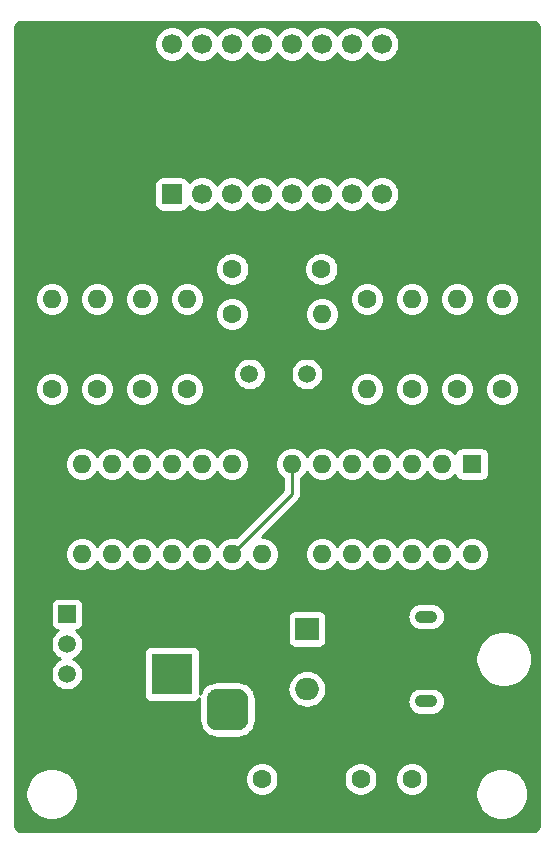
<source format=gtl>
G04 #@! TF.GenerationSoftware,KiCad,Pcbnew,(5.1.5)-3*
G04 #@! TF.CreationDate,2020-01-03T21:25:54+01:00*
G04 #@! TF.ProjectId,DHT_Disp_1,4448545f-4469-4737-905f-312e6b696361,rev?*
G04 #@! TF.SameCoordinates,Original*
G04 #@! TF.FileFunction,Copper,L1,Top*
G04 #@! TF.FilePolarity,Positive*
%FSLAX46Y46*%
G04 Gerber Fmt 4.6, Leading zero omitted, Abs format (unit mm)*
G04 Created by KiCad (PCBNEW (5.1.5)-3) date 2020-01-03 21:25:54*
%MOMM*%
%LPD*%
G04 APERTURE LIST*
%ADD10O,1.900000X1.050000*%
%ADD11C,1.500000*%
%ADD12R,1.600000X1.600000*%
%ADD13O,1.600000X1.600000*%
%ADD14R,2.000000X1.905000*%
%ADD15O,2.000000X1.905000*%
%ADD16R,1.700000X1.700000*%
%ADD17C,1.700000*%
%ADD18R,1.500000X1.500000*%
%ADD19C,1.600000*%
%ADD20R,3.500000X3.500000*%
%ADD21C,0.100000*%
%ADD22C,0.250000*%
%ADD23C,0.254000*%
G04 APERTURE END LIST*
D10*
X149790000Y-126765000D03*
X149790000Y-119615000D03*
D11*
X134820000Y-99060000D03*
X139700000Y-99060000D03*
D12*
X153670000Y-106680000D03*
D13*
X120650000Y-114300000D03*
X151130000Y-106680000D03*
X123190000Y-114300000D03*
X148590000Y-106680000D03*
X125730000Y-114300000D03*
X146050000Y-106680000D03*
X128270000Y-114300000D03*
X143510000Y-106680000D03*
X130810000Y-114300000D03*
X140970000Y-106680000D03*
X133350000Y-114300000D03*
X138430000Y-106680000D03*
X135890000Y-114300000D03*
X135890000Y-106680000D03*
X138430000Y-114300000D03*
X133350000Y-106680000D03*
X140970000Y-114300000D03*
X130810000Y-106680000D03*
X143510000Y-114300000D03*
X128270000Y-106680000D03*
X146050000Y-114300000D03*
X125730000Y-106680000D03*
X148590000Y-114300000D03*
X123190000Y-106680000D03*
X151130000Y-114300000D03*
X120650000Y-106680000D03*
X153670000Y-114300000D03*
D14*
X139700000Y-120650000D03*
D15*
X139700000Y-123190000D03*
X139700000Y-125730000D03*
D16*
X128270000Y-83820000D03*
D17*
X130810000Y-83820000D03*
X133350000Y-83820000D03*
X135890000Y-83820000D03*
X138430000Y-83820000D03*
X140970000Y-83820000D03*
X143510000Y-83820000D03*
X146050000Y-83820000D03*
X146050000Y-71120000D03*
X143510000Y-71120000D03*
X140970000Y-71120000D03*
X138430000Y-71120000D03*
X135890000Y-71120000D03*
X133350000Y-71120000D03*
X130810000Y-71120000D03*
X128270000Y-71120000D03*
D18*
X119380000Y-119380000D03*
D11*
X119380000Y-121920000D03*
X119380000Y-124460000D03*
X119380000Y-127000000D03*
D19*
X138430000Y-90170000D03*
X140930000Y-90170000D03*
X133390000Y-90170000D03*
X135890000Y-90170000D03*
X142240000Y-133350000D03*
X144240000Y-133350000D03*
X135890000Y-133350000D03*
X137890000Y-133350000D03*
X150590000Y-133350000D03*
X148590000Y-133350000D03*
D20*
X128270000Y-124460000D03*
G04 #@! TA.AperFunction,ComponentPad*
D21*
G36*
X129343513Y-128963611D02*
G01*
X129416318Y-128974411D01*
X129487714Y-128992295D01*
X129557013Y-129017090D01*
X129623548Y-129048559D01*
X129686678Y-129086398D01*
X129745795Y-129130242D01*
X129800330Y-129179670D01*
X129849758Y-129234205D01*
X129893602Y-129293322D01*
X129931441Y-129356452D01*
X129962910Y-129422987D01*
X129987705Y-129492286D01*
X130005589Y-129563682D01*
X130016389Y-129636487D01*
X130020000Y-129710000D01*
X130020000Y-131210000D01*
X130016389Y-131283513D01*
X130005589Y-131356318D01*
X129987705Y-131427714D01*
X129962910Y-131497013D01*
X129931441Y-131563548D01*
X129893602Y-131626678D01*
X129849758Y-131685795D01*
X129800330Y-131740330D01*
X129745795Y-131789758D01*
X129686678Y-131833602D01*
X129623548Y-131871441D01*
X129557013Y-131902910D01*
X129487714Y-131927705D01*
X129416318Y-131945589D01*
X129343513Y-131956389D01*
X129270000Y-131960000D01*
X127270000Y-131960000D01*
X127196487Y-131956389D01*
X127123682Y-131945589D01*
X127052286Y-131927705D01*
X126982987Y-131902910D01*
X126916452Y-131871441D01*
X126853322Y-131833602D01*
X126794205Y-131789758D01*
X126739670Y-131740330D01*
X126690242Y-131685795D01*
X126646398Y-131626678D01*
X126608559Y-131563548D01*
X126577090Y-131497013D01*
X126552295Y-131427714D01*
X126534411Y-131356318D01*
X126523611Y-131283513D01*
X126520000Y-131210000D01*
X126520000Y-129710000D01*
X126523611Y-129636487D01*
X126534411Y-129563682D01*
X126552295Y-129492286D01*
X126577090Y-129422987D01*
X126608559Y-129356452D01*
X126646398Y-129293322D01*
X126690242Y-129234205D01*
X126739670Y-129179670D01*
X126794205Y-129130242D01*
X126853322Y-129086398D01*
X126916452Y-129048559D01*
X126982987Y-129017090D01*
X127052286Y-128992295D01*
X127123682Y-128974411D01*
X127196487Y-128963611D01*
X127270000Y-128960000D01*
X129270000Y-128960000D01*
X129343513Y-128963611D01*
G37*
G04 #@! TD.AperFunction*
G04 #@! TA.AperFunction,ComponentPad*
G36*
X133930765Y-125714213D02*
G01*
X134015704Y-125726813D01*
X134098999Y-125747677D01*
X134179848Y-125776605D01*
X134257472Y-125813319D01*
X134331124Y-125857464D01*
X134400094Y-125908616D01*
X134463718Y-125966282D01*
X134521384Y-126029906D01*
X134572536Y-126098876D01*
X134616681Y-126172528D01*
X134653395Y-126250152D01*
X134682323Y-126331001D01*
X134703187Y-126414296D01*
X134715787Y-126499235D01*
X134720000Y-126585000D01*
X134720000Y-128335000D01*
X134715787Y-128420765D01*
X134703187Y-128505704D01*
X134682323Y-128588999D01*
X134653395Y-128669848D01*
X134616681Y-128747472D01*
X134572536Y-128821124D01*
X134521384Y-128890094D01*
X134463718Y-128953718D01*
X134400094Y-129011384D01*
X134331124Y-129062536D01*
X134257472Y-129106681D01*
X134179848Y-129143395D01*
X134098999Y-129172323D01*
X134015704Y-129193187D01*
X133930765Y-129205787D01*
X133845000Y-129210000D01*
X132095000Y-129210000D01*
X132009235Y-129205787D01*
X131924296Y-129193187D01*
X131841001Y-129172323D01*
X131760152Y-129143395D01*
X131682528Y-129106681D01*
X131608876Y-129062536D01*
X131539906Y-129011384D01*
X131476282Y-128953718D01*
X131418616Y-128890094D01*
X131367464Y-128821124D01*
X131323319Y-128747472D01*
X131286605Y-128669848D01*
X131257677Y-128588999D01*
X131236813Y-128505704D01*
X131224213Y-128420765D01*
X131220000Y-128335000D01*
X131220000Y-126585000D01*
X131224213Y-126499235D01*
X131236813Y-126414296D01*
X131257677Y-126331001D01*
X131286605Y-126250152D01*
X131323319Y-126172528D01*
X131367464Y-126098876D01*
X131418616Y-126029906D01*
X131476282Y-125966282D01*
X131539906Y-125908616D01*
X131608876Y-125857464D01*
X131682528Y-125813319D01*
X131760152Y-125776605D01*
X131841001Y-125747677D01*
X131924296Y-125726813D01*
X132009235Y-125714213D01*
X132095000Y-125710000D01*
X133845000Y-125710000D01*
X133930765Y-125714213D01*
G37*
G04 #@! TD.AperFunction*
D19*
X144780000Y-92710000D03*
D13*
X144780000Y-100330000D03*
D19*
X133350000Y-93980000D03*
D13*
X140970000Y-93980000D03*
X156210000Y-92710000D03*
D19*
X156210000Y-100330000D03*
X152400000Y-100330000D03*
D13*
X152400000Y-92710000D03*
X148590000Y-92710000D03*
D19*
X148590000Y-100330000D03*
X129540000Y-100330000D03*
D13*
X129540000Y-92710000D03*
X125730000Y-92710000D03*
D19*
X125730000Y-100330000D03*
X121920000Y-100330000D03*
D13*
X121920000Y-92710000D03*
X118110000Y-92710000D03*
D19*
X118110000Y-100330000D03*
D22*
X139700000Y-123190000D02*
X142240000Y-123190000D01*
X138430000Y-109220000D02*
X133350000Y-114300000D01*
X138430000Y-106680000D02*
X138430000Y-109220000D01*
D23*
G36*
X158867869Y-69254722D02*
G01*
X158981246Y-69288953D01*
X159085819Y-69344555D01*
X159177596Y-69419407D01*
X159253091Y-69510664D01*
X159309419Y-69614844D01*
X159344440Y-69727976D01*
X159360000Y-69876022D01*
X159360001Y-137127711D01*
X159345278Y-137277869D01*
X159311047Y-137391246D01*
X159255446Y-137495817D01*
X159180594Y-137587595D01*
X159089335Y-137663091D01*
X158985160Y-137719419D01*
X158872024Y-137754440D01*
X158723979Y-137770000D01*
X115602279Y-137770000D01*
X115452131Y-137755278D01*
X115338754Y-137721047D01*
X115234183Y-137665446D01*
X115142405Y-137590594D01*
X115066909Y-137499335D01*
X115010581Y-137395160D01*
X114975560Y-137282024D01*
X114960000Y-137133979D01*
X114960000Y-134399872D01*
X115875000Y-134399872D01*
X115875000Y-134840128D01*
X115960890Y-135271925D01*
X116129369Y-135678669D01*
X116373962Y-136044729D01*
X116685271Y-136356038D01*
X117051331Y-136600631D01*
X117458075Y-136769110D01*
X117889872Y-136855000D01*
X118330128Y-136855000D01*
X118761925Y-136769110D01*
X119168669Y-136600631D01*
X119534729Y-136356038D01*
X119846038Y-136044729D01*
X120090631Y-135678669D01*
X120259110Y-135271925D01*
X120345000Y-134840128D01*
X120345000Y-134399872D01*
X120259110Y-133968075D01*
X120090631Y-133561331D01*
X119854988Y-133208665D01*
X134455000Y-133208665D01*
X134455000Y-133491335D01*
X134510147Y-133768574D01*
X134618320Y-134029727D01*
X134775363Y-134264759D01*
X134975241Y-134464637D01*
X135210273Y-134621680D01*
X135471426Y-134729853D01*
X135748665Y-134785000D01*
X136031335Y-134785000D01*
X136308574Y-134729853D01*
X136569727Y-134621680D01*
X136804759Y-134464637D01*
X137004637Y-134264759D01*
X137161680Y-134029727D01*
X137269853Y-133768574D01*
X137325000Y-133491335D01*
X137325000Y-133208665D01*
X142805000Y-133208665D01*
X142805000Y-133491335D01*
X142860147Y-133768574D01*
X142968320Y-134029727D01*
X143125363Y-134264759D01*
X143325241Y-134464637D01*
X143560273Y-134621680D01*
X143821426Y-134729853D01*
X144098665Y-134785000D01*
X144381335Y-134785000D01*
X144658574Y-134729853D01*
X144919727Y-134621680D01*
X145154759Y-134464637D01*
X145354637Y-134264759D01*
X145511680Y-134029727D01*
X145619853Y-133768574D01*
X145675000Y-133491335D01*
X145675000Y-133208665D01*
X147155000Y-133208665D01*
X147155000Y-133491335D01*
X147210147Y-133768574D01*
X147318320Y-134029727D01*
X147475363Y-134264759D01*
X147675241Y-134464637D01*
X147910273Y-134621680D01*
X148171426Y-134729853D01*
X148448665Y-134785000D01*
X148731335Y-134785000D01*
X149008574Y-134729853D01*
X149269727Y-134621680D01*
X149504759Y-134464637D01*
X149569524Y-134399872D01*
X153975000Y-134399872D01*
X153975000Y-134840128D01*
X154060890Y-135271925D01*
X154229369Y-135678669D01*
X154473962Y-136044729D01*
X154785271Y-136356038D01*
X155151331Y-136600631D01*
X155558075Y-136769110D01*
X155989872Y-136855000D01*
X156430128Y-136855000D01*
X156861925Y-136769110D01*
X157268669Y-136600631D01*
X157634729Y-136356038D01*
X157946038Y-136044729D01*
X158190631Y-135678669D01*
X158359110Y-135271925D01*
X158445000Y-134840128D01*
X158445000Y-134399872D01*
X158359110Y-133968075D01*
X158190631Y-133561331D01*
X157946038Y-133195271D01*
X157634729Y-132883962D01*
X157268669Y-132639369D01*
X156861925Y-132470890D01*
X156430128Y-132385000D01*
X155989872Y-132385000D01*
X155558075Y-132470890D01*
X155151331Y-132639369D01*
X154785271Y-132883962D01*
X154473962Y-133195271D01*
X154229369Y-133561331D01*
X154060890Y-133968075D01*
X153975000Y-134399872D01*
X149569524Y-134399872D01*
X149704637Y-134264759D01*
X149861680Y-134029727D01*
X149969853Y-133768574D01*
X150025000Y-133491335D01*
X150025000Y-133208665D01*
X149969853Y-132931426D01*
X149861680Y-132670273D01*
X149704637Y-132435241D01*
X149504759Y-132235363D01*
X149269727Y-132078320D01*
X149008574Y-131970147D01*
X148731335Y-131915000D01*
X148448665Y-131915000D01*
X148171426Y-131970147D01*
X147910273Y-132078320D01*
X147675241Y-132235363D01*
X147475363Y-132435241D01*
X147318320Y-132670273D01*
X147210147Y-132931426D01*
X147155000Y-133208665D01*
X145675000Y-133208665D01*
X145619853Y-132931426D01*
X145511680Y-132670273D01*
X145354637Y-132435241D01*
X145154759Y-132235363D01*
X144919727Y-132078320D01*
X144658574Y-131970147D01*
X144381335Y-131915000D01*
X144098665Y-131915000D01*
X143821426Y-131970147D01*
X143560273Y-132078320D01*
X143325241Y-132235363D01*
X143125363Y-132435241D01*
X142968320Y-132670273D01*
X142860147Y-132931426D01*
X142805000Y-133208665D01*
X137325000Y-133208665D01*
X137269853Y-132931426D01*
X137161680Y-132670273D01*
X137004637Y-132435241D01*
X136804759Y-132235363D01*
X136569727Y-132078320D01*
X136308574Y-131970147D01*
X136031335Y-131915000D01*
X135748665Y-131915000D01*
X135471426Y-131970147D01*
X135210273Y-132078320D01*
X134975241Y-132235363D01*
X134775363Y-132435241D01*
X134618320Y-132670273D01*
X134510147Y-132931426D01*
X134455000Y-133208665D01*
X119854988Y-133208665D01*
X119846038Y-133195271D01*
X119534729Y-132883962D01*
X119168669Y-132639369D01*
X118761925Y-132470890D01*
X118330128Y-132385000D01*
X117889872Y-132385000D01*
X117458075Y-132470890D01*
X117051331Y-132639369D01*
X116685271Y-132883962D01*
X116373962Y-133195271D01*
X116129369Y-133561331D01*
X115960890Y-133968075D01*
X115875000Y-134399872D01*
X114960000Y-134399872D01*
X114960000Y-118630000D01*
X117991928Y-118630000D01*
X117991928Y-120130000D01*
X118004188Y-120254482D01*
X118040498Y-120374180D01*
X118099463Y-120484494D01*
X118178815Y-120581185D01*
X118275506Y-120660537D01*
X118385820Y-120719502D01*
X118505518Y-120755812D01*
X118613483Y-120766445D01*
X118497114Y-120844201D01*
X118304201Y-121037114D01*
X118152629Y-121263957D01*
X118048225Y-121516011D01*
X117995000Y-121783589D01*
X117995000Y-122056411D01*
X118048225Y-122323989D01*
X118152629Y-122576043D01*
X118304201Y-122802886D01*
X118497114Y-122995799D01*
X118723957Y-123147371D01*
X118826873Y-123190000D01*
X118723957Y-123232629D01*
X118497114Y-123384201D01*
X118304201Y-123577114D01*
X118152629Y-123803957D01*
X118048225Y-124056011D01*
X117995000Y-124323589D01*
X117995000Y-124596411D01*
X118048225Y-124863989D01*
X118152629Y-125116043D01*
X118304201Y-125342886D01*
X118497114Y-125535799D01*
X118723957Y-125687371D01*
X118976011Y-125791775D01*
X119243589Y-125845000D01*
X119516411Y-125845000D01*
X119783989Y-125791775D01*
X120036043Y-125687371D01*
X120262886Y-125535799D01*
X120455799Y-125342886D01*
X120607371Y-125116043D01*
X120711775Y-124863989D01*
X120765000Y-124596411D01*
X120765000Y-124323589D01*
X120711775Y-124056011D01*
X120607371Y-123803957D01*
X120455799Y-123577114D01*
X120262886Y-123384201D01*
X120036043Y-123232629D01*
X119933127Y-123190000D01*
X120036043Y-123147371D01*
X120262886Y-122995799D01*
X120455799Y-122802886D01*
X120517863Y-122710000D01*
X125881928Y-122710000D01*
X125881928Y-126210000D01*
X125894188Y-126334482D01*
X125930498Y-126454180D01*
X125989463Y-126564494D01*
X126068815Y-126661185D01*
X126165506Y-126740537D01*
X126275820Y-126799502D01*
X126395518Y-126835812D01*
X126520000Y-126848072D01*
X130020000Y-126848072D01*
X130144482Y-126835812D01*
X130264180Y-126799502D01*
X130374494Y-126740537D01*
X130471185Y-126661185D01*
X130550537Y-126564494D01*
X130591494Y-126487869D01*
X130581928Y-126585000D01*
X130581928Y-128335000D01*
X130611001Y-128630186D01*
X130697104Y-128914028D01*
X130836927Y-129175618D01*
X131025097Y-129404903D01*
X131254382Y-129593073D01*
X131515972Y-129732896D01*
X131799814Y-129818999D01*
X132095000Y-129848072D01*
X133845000Y-129848072D01*
X134140186Y-129818999D01*
X134424028Y-129732896D01*
X134685618Y-129593073D01*
X134914903Y-129404903D01*
X135103073Y-129175618D01*
X135242896Y-128914028D01*
X135328999Y-128630186D01*
X135358072Y-128335000D01*
X135358072Y-126585000D01*
X135328999Y-126289814D01*
X135242896Y-126005972D01*
X135103073Y-125744382D01*
X135091270Y-125730000D01*
X138057319Y-125730000D01*
X138087970Y-126041204D01*
X138178745Y-126340449D01*
X138326155Y-126616235D01*
X138524537Y-126857963D01*
X138766265Y-127056345D01*
X139042051Y-127203755D01*
X139341296Y-127294530D01*
X139574514Y-127317500D01*
X139825486Y-127317500D01*
X140058704Y-127294530D01*
X140357949Y-127203755D01*
X140633735Y-127056345D01*
X140875463Y-126857963D01*
X140951756Y-126765000D01*
X148199388Y-126765000D01*
X148221785Y-126992400D01*
X148288115Y-127211060D01*
X148395829Y-127412579D01*
X148540788Y-127589212D01*
X148717421Y-127734171D01*
X148918940Y-127841885D01*
X149137600Y-127908215D01*
X149308021Y-127925000D01*
X150271979Y-127925000D01*
X150442400Y-127908215D01*
X150661060Y-127841885D01*
X150862579Y-127734171D01*
X151039212Y-127589212D01*
X151184171Y-127412579D01*
X151291885Y-127211060D01*
X151358215Y-126992400D01*
X151380612Y-126765000D01*
X151358215Y-126537600D01*
X151291885Y-126318940D01*
X151184171Y-126117421D01*
X151039212Y-125940788D01*
X150862579Y-125795829D01*
X150661060Y-125688115D01*
X150442400Y-125621785D01*
X150271979Y-125605000D01*
X149308021Y-125605000D01*
X149137600Y-125621785D01*
X148918940Y-125688115D01*
X148717421Y-125795829D01*
X148540788Y-125940788D01*
X148395829Y-126117421D01*
X148288115Y-126318940D01*
X148221785Y-126537600D01*
X148199388Y-126765000D01*
X140951756Y-126765000D01*
X141073845Y-126616235D01*
X141221255Y-126340449D01*
X141312030Y-126041204D01*
X141342681Y-125730000D01*
X141312030Y-125418796D01*
X141221255Y-125119551D01*
X141073845Y-124843765D01*
X140875463Y-124602037D01*
X140633735Y-124403655D01*
X140357949Y-124256245D01*
X140058704Y-124165470D01*
X139825486Y-124142500D01*
X139574514Y-124142500D01*
X139341296Y-124165470D01*
X139042051Y-124256245D01*
X138766265Y-124403655D01*
X138524537Y-124602037D01*
X138326155Y-124843765D01*
X138178745Y-125119551D01*
X138087970Y-125418796D01*
X138057319Y-125730000D01*
X135091270Y-125730000D01*
X134914903Y-125515097D01*
X134685618Y-125326927D01*
X134424028Y-125187104D01*
X134140186Y-125101001D01*
X133845000Y-125071928D01*
X132095000Y-125071928D01*
X131799814Y-125101001D01*
X131515972Y-125187104D01*
X131254382Y-125326927D01*
X131025097Y-125515097D01*
X130836927Y-125744382D01*
X130697104Y-126005972D01*
X130658072Y-126134643D01*
X130658072Y-122955098D01*
X153975000Y-122955098D01*
X153975000Y-123424902D01*
X154066654Y-123885679D01*
X154246440Y-124319721D01*
X154507450Y-124710349D01*
X154839651Y-125042550D01*
X155230279Y-125303560D01*
X155664321Y-125483346D01*
X156125098Y-125575000D01*
X156594902Y-125575000D01*
X157055679Y-125483346D01*
X157489721Y-125303560D01*
X157880349Y-125042550D01*
X158212550Y-124710349D01*
X158473560Y-124319721D01*
X158653346Y-123885679D01*
X158745000Y-123424902D01*
X158745000Y-122955098D01*
X158653346Y-122494321D01*
X158473560Y-122060279D01*
X158212550Y-121669651D01*
X157880349Y-121337450D01*
X157489721Y-121076440D01*
X157055679Y-120896654D01*
X156594902Y-120805000D01*
X156125098Y-120805000D01*
X155664321Y-120896654D01*
X155230279Y-121076440D01*
X154839651Y-121337450D01*
X154507450Y-121669651D01*
X154246440Y-122060279D01*
X154066654Y-122494321D01*
X153975000Y-122955098D01*
X130658072Y-122955098D01*
X130658072Y-122710000D01*
X130645812Y-122585518D01*
X130609502Y-122465820D01*
X130550537Y-122355506D01*
X130471185Y-122258815D01*
X130374494Y-122179463D01*
X130264180Y-122120498D01*
X130144482Y-122084188D01*
X130020000Y-122071928D01*
X126520000Y-122071928D01*
X126395518Y-122084188D01*
X126275820Y-122120498D01*
X126165506Y-122179463D01*
X126068815Y-122258815D01*
X125989463Y-122355506D01*
X125930498Y-122465820D01*
X125894188Y-122585518D01*
X125881928Y-122710000D01*
X120517863Y-122710000D01*
X120607371Y-122576043D01*
X120711775Y-122323989D01*
X120765000Y-122056411D01*
X120765000Y-121783589D01*
X120711775Y-121516011D01*
X120607371Y-121263957D01*
X120455799Y-121037114D01*
X120262886Y-120844201D01*
X120146517Y-120766445D01*
X120254482Y-120755812D01*
X120374180Y-120719502D01*
X120484494Y-120660537D01*
X120581185Y-120581185D01*
X120660537Y-120484494D01*
X120719502Y-120374180D01*
X120755812Y-120254482D01*
X120768072Y-120130000D01*
X120768072Y-119697500D01*
X138061928Y-119697500D01*
X138061928Y-121602500D01*
X138074188Y-121726982D01*
X138110498Y-121846680D01*
X138169463Y-121956994D01*
X138248815Y-122053685D01*
X138345506Y-122133037D01*
X138455820Y-122192002D01*
X138575518Y-122228312D01*
X138700000Y-122240572D01*
X140700000Y-122240572D01*
X140824482Y-122228312D01*
X140944180Y-122192002D01*
X141054494Y-122133037D01*
X141151185Y-122053685D01*
X141230537Y-121956994D01*
X141289502Y-121846680D01*
X141325812Y-121726982D01*
X141338072Y-121602500D01*
X141338072Y-119697500D01*
X141329947Y-119615000D01*
X148199388Y-119615000D01*
X148221785Y-119842400D01*
X148288115Y-120061060D01*
X148395829Y-120262579D01*
X148540788Y-120439212D01*
X148717421Y-120584171D01*
X148918940Y-120691885D01*
X149137600Y-120758215D01*
X149308021Y-120775000D01*
X150271979Y-120775000D01*
X150442400Y-120758215D01*
X150661060Y-120691885D01*
X150862579Y-120584171D01*
X151039212Y-120439212D01*
X151184171Y-120262579D01*
X151291885Y-120061060D01*
X151358215Y-119842400D01*
X151380612Y-119615000D01*
X151358215Y-119387600D01*
X151291885Y-119168940D01*
X151184171Y-118967421D01*
X151039212Y-118790788D01*
X150862579Y-118645829D01*
X150661060Y-118538115D01*
X150442400Y-118471785D01*
X150271979Y-118455000D01*
X149308021Y-118455000D01*
X149137600Y-118471785D01*
X148918940Y-118538115D01*
X148717421Y-118645829D01*
X148540788Y-118790788D01*
X148395829Y-118967421D01*
X148288115Y-119168940D01*
X148221785Y-119387600D01*
X148199388Y-119615000D01*
X141329947Y-119615000D01*
X141325812Y-119573018D01*
X141289502Y-119453320D01*
X141230537Y-119343006D01*
X141151185Y-119246315D01*
X141054494Y-119166963D01*
X140944180Y-119107998D01*
X140824482Y-119071688D01*
X140700000Y-119059428D01*
X138700000Y-119059428D01*
X138575518Y-119071688D01*
X138455820Y-119107998D01*
X138345506Y-119166963D01*
X138248815Y-119246315D01*
X138169463Y-119343006D01*
X138110498Y-119453320D01*
X138074188Y-119573018D01*
X138061928Y-119697500D01*
X120768072Y-119697500D01*
X120768072Y-118630000D01*
X120755812Y-118505518D01*
X120719502Y-118385820D01*
X120660537Y-118275506D01*
X120581185Y-118178815D01*
X120484494Y-118099463D01*
X120374180Y-118040498D01*
X120254482Y-118004188D01*
X120130000Y-117991928D01*
X118630000Y-117991928D01*
X118505518Y-118004188D01*
X118385820Y-118040498D01*
X118275506Y-118099463D01*
X118178815Y-118178815D01*
X118099463Y-118275506D01*
X118040498Y-118385820D01*
X118004188Y-118505518D01*
X117991928Y-118630000D01*
X114960000Y-118630000D01*
X114960000Y-114158665D01*
X119215000Y-114158665D01*
X119215000Y-114441335D01*
X119270147Y-114718574D01*
X119378320Y-114979727D01*
X119535363Y-115214759D01*
X119735241Y-115414637D01*
X119970273Y-115571680D01*
X120231426Y-115679853D01*
X120508665Y-115735000D01*
X120791335Y-115735000D01*
X121068574Y-115679853D01*
X121329727Y-115571680D01*
X121564759Y-115414637D01*
X121764637Y-115214759D01*
X121920000Y-114982241D01*
X122075363Y-115214759D01*
X122275241Y-115414637D01*
X122510273Y-115571680D01*
X122771426Y-115679853D01*
X123048665Y-115735000D01*
X123331335Y-115735000D01*
X123608574Y-115679853D01*
X123869727Y-115571680D01*
X124104759Y-115414637D01*
X124304637Y-115214759D01*
X124460000Y-114982241D01*
X124615363Y-115214759D01*
X124815241Y-115414637D01*
X125050273Y-115571680D01*
X125311426Y-115679853D01*
X125588665Y-115735000D01*
X125871335Y-115735000D01*
X126148574Y-115679853D01*
X126409727Y-115571680D01*
X126644759Y-115414637D01*
X126844637Y-115214759D01*
X127000000Y-114982241D01*
X127155363Y-115214759D01*
X127355241Y-115414637D01*
X127590273Y-115571680D01*
X127851426Y-115679853D01*
X128128665Y-115735000D01*
X128411335Y-115735000D01*
X128688574Y-115679853D01*
X128949727Y-115571680D01*
X129184759Y-115414637D01*
X129384637Y-115214759D01*
X129540000Y-114982241D01*
X129695363Y-115214759D01*
X129895241Y-115414637D01*
X130130273Y-115571680D01*
X130391426Y-115679853D01*
X130668665Y-115735000D01*
X130951335Y-115735000D01*
X131228574Y-115679853D01*
X131489727Y-115571680D01*
X131724759Y-115414637D01*
X131924637Y-115214759D01*
X132080000Y-114982241D01*
X132235363Y-115214759D01*
X132435241Y-115414637D01*
X132670273Y-115571680D01*
X132931426Y-115679853D01*
X133208665Y-115735000D01*
X133491335Y-115735000D01*
X133768574Y-115679853D01*
X134029727Y-115571680D01*
X134264759Y-115414637D01*
X134464637Y-115214759D01*
X134620000Y-114982241D01*
X134775363Y-115214759D01*
X134975241Y-115414637D01*
X135210273Y-115571680D01*
X135471426Y-115679853D01*
X135748665Y-115735000D01*
X136031335Y-115735000D01*
X136308574Y-115679853D01*
X136569727Y-115571680D01*
X136804759Y-115414637D01*
X137004637Y-115214759D01*
X137161680Y-114979727D01*
X137269853Y-114718574D01*
X137325000Y-114441335D01*
X137325000Y-114158665D01*
X139535000Y-114158665D01*
X139535000Y-114441335D01*
X139590147Y-114718574D01*
X139698320Y-114979727D01*
X139855363Y-115214759D01*
X140055241Y-115414637D01*
X140290273Y-115571680D01*
X140551426Y-115679853D01*
X140828665Y-115735000D01*
X141111335Y-115735000D01*
X141388574Y-115679853D01*
X141649727Y-115571680D01*
X141884759Y-115414637D01*
X142084637Y-115214759D01*
X142240000Y-114982241D01*
X142395363Y-115214759D01*
X142595241Y-115414637D01*
X142830273Y-115571680D01*
X143091426Y-115679853D01*
X143368665Y-115735000D01*
X143651335Y-115735000D01*
X143928574Y-115679853D01*
X144189727Y-115571680D01*
X144424759Y-115414637D01*
X144624637Y-115214759D01*
X144780000Y-114982241D01*
X144935363Y-115214759D01*
X145135241Y-115414637D01*
X145370273Y-115571680D01*
X145631426Y-115679853D01*
X145908665Y-115735000D01*
X146191335Y-115735000D01*
X146468574Y-115679853D01*
X146729727Y-115571680D01*
X146964759Y-115414637D01*
X147164637Y-115214759D01*
X147320000Y-114982241D01*
X147475363Y-115214759D01*
X147675241Y-115414637D01*
X147910273Y-115571680D01*
X148171426Y-115679853D01*
X148448665Y-115735000D01*
X148731335Y-115735000D01*
X149008574Y-115679853D01*
X149269727Y-115571680D01*
X149504759Y-115414637D01*
X149704637Y-115214759D01*
X149860000Y-114982241D01*
X150015363Y-115214759D01*
X150215241Y-115414637D01*
X150450273Y-115571680D01*
X150711426Y-115679853D01*
X150988665Y-115735000D01*
X151271335Y-115735000D01*
X151548574Y-115679853D01*
X151809727Y-115571680D01*
X152044759Y-115414637D01*
X152244637Y-115214759D01*
X152400000Y-114982241D01*
X152555363Y-115214759D01*
X152755241Y-115414637D01*
X152990273Y-115571680D01*
X153251426Y-115679853D01*
X153528665Y-115735000D01*
X153811335Y-115735000D01*
X154088574Y-115679853D01*
X154349727Y-115571680D01*
X154584759Y-115414637D01*
X154784637Y-115214759D01*
X154941680Y-114979727D01*
X155049853Y-114718574D01*
X155105000Y-114441335D01*
X155105000Y-114158665D01*
X155049853Y-113881426D01*
X154941680Y-113620273D01*
X154784637Y-113385241D01*
X154584759Y-113185363D01*
X154349727Y-113028320D01*
X154088574Y-112920147D01*
X153811335Y-112865000D01*
X153528665Y-112865000D01*
X153251426Y-112920147D01*
X152990273Y-113028320D01*
X152755241Y-113185363D01*
X152555363Y-113385241D01*
X152400000Y-113617759D01*
X152244637Y-113385241D01*
X152044759Y-113185363D01*
X151809727Y-113028320D01*
X151548574Y-112920147D01*
X151271335Y-112865000D01*
X150988665Y-112865000D01*
X150711426Y-112920147D01*
X150450273Y-113028320D01*
X150215241Y-113185363D01*
X150015363Y-113385241D01*
X149860000Y-113617759D01*
X149704637Y-113385241D01*
X149504759Y-113185363D01*
X149269727Y-113028320D01*
X149008574Y-112920147D01*
X148731335Y-112865000D01*
X148448665Y-112865000D01*
X148171426Y-112920147D01*
X147910273Y-113028320D01*
X147675241Y-113185363D01*
X147475363Y-113385241D01*
X147320000Y-113617759D01*
X147164637Y-113385241D01*
X146964759Y-113185363D01*
X146729727Y-113028320D01*
X146468574Y-112920147D01*
X146191335Y-112865000D01*
X145908665Y-112865000D01*
X145631426Y-112920147D01*
X145370273Y-113028320D01*
X145135241Y-113185363D01*
X144935363Y-113385241D01*
X144780000Y-113617759D01*
X144624637Y-113385241D01*
X144424759Y-113185363D01*
X144189727Y-113028320D01*
X143928574Y-112920147D01*
X143651335Y-112865000D01*
X143368665Y-112865000D01*
X143091426Y-112920147D01*
X142830273Y-113028320D01*
X142595241Y-113185363D01*
X142395363Y-113385241D01*
X142240000Y-113617759D01*
X142084637Y-113385241D01*
X141884759Y-113185363D01*
X141649727Y-113028320D01*
X141388574Y-112920147D01*
X141111335Y-112865000D01*
X140828665Y-112865000D01*
X140551426Y-112920147D01*
X140290273Y-113028320D01*
X140055241Y-113185363D01*
X139855363Y-113385241D01*
X139698320Y-113620273D01*
X139590147Y-113881426D01*
X139535000Y-114158665D01*
X137325000Y-114158665D01*
X137269853Y-113881426D01*
X137161680Y-113620273D01*
X137004637Y-113385241D01*
X136804759Y-113185363D01*
X136569727Y-113028320D01*
X136308574Y-112920147D01*
X136031335Y-112865000D01*
X135859801Y-112865000D01*
X138941003Y-109783799D01*
X138970001Y-109760001D01*
X138996332Y-109727917D01*
X139064974Y-109644277D01*
X139135546Y-109512247D01*
X139179003Y-109368986D01*
X139190000Y-109257333D01*
X139190000Y-109257323D01*
X139193676Y-109220000D01*
X139190000Y-109182677D01*
X139190000Y-107898043D01*
X139344759Y-107794637D01*
X139544637Y-107594759D01*
X139700000Y-107362241D01*
X139855363Y-107594759D01*
X140055241Y-107794637D01*
X140290273Y-107951680D01*
X140551426Y-108059853D01*
X140828665Y-108115000D01*
X141111335Y-108115000D01*
X141388574Y-108059853D01*
X141649727Y-107951680D01*
X141884759Y-107794637D01*
X142084637Y-107594759D01*
X142240000Y-107362241D01*
X142395363Y-107594759D01*
X142595241Y-107794637D01*
X142830273Y-107951680D01*
X143091426Y-108059853D01*
X143368665Y-108115000D01*
X143651335Y-108115000D01*
X143928574Y-108059853D01*
X144189727Y-107951680D01*
X144424759Y-107794637D01*
X144624637Y-107594759D01*
X144780000Y-107362241D01*
X144935363Y-107594759D01*
X145135241Y-107794637D01*
X145370273Y-107951680D01*
X145631426Y-108059853D01*
X145908665Y-108115000D01*
X146191335Y-108115000D01*
X146468574Y-108059853D01*
X146729727Y-107951680D01*
X146964759Y-107794637D01*
X147164637Y-107594759D01*
X147320000Y-107362241D01*
X147475363Y-107594759D01*
X147675241Y-107794637D01*
X147910273Y-107951680D01*
X148171426Y-108059853D01*
X148448665Y-108115000D01*
X148731335Y-108115000D01*
X149008574Y-108059853D01*
X149269727Y-107951680D01*
X149504759Y-107794637D01*
X149704637Y-107594759D01*
X149860000Y-107362241D01*
X150015363Y-107594759D01*
X150215241Y-107794637D01*
X150450273Y-107951680D01*
X150711426Y-108059853D01*
X150988665Y-108115000D01*
X151271335Y-108115000D01*
X151548574Y-108059853D01*
X151809727Y-107951680D01*
X152044759Y-107794637D01*
X152243357Y-107596039D01*
X152244188Y-107604482D01*
X152280498Y-107724180D01*
X152339463Y-107834494D01*
X152418815Y-107931185D01*
X152515506Y-108010537D01*
X152625820Y-108069502D01*
X152745518Y-108105812D01*
X152870000Y-108118072D01*
X154470000Y-108118072D01*
X154594482Y-108105812D01*
X154714180Y-108069502D01*
X154824494Y-108010537D01*
X154921185Y-107931185D01*
X155000537Y-107834494D01*
X155059502Y-107724180D01*
X155095812Y-107604482D01*
X155108072Y-107480000D01*
X155108072Y-105880000D01*
X155095812Y-105755518D01*
X155059502Y-105635820D01*
X155000537Y-105525506D01*
X154921185Y-105428815D01*
X154824494Y-105349463D01*
X154714180Y-105290498D01*
X154594482Y-105254188D01*
X154470000Y-105241928D01*
X152870000Y-105241928D01*
X152745518Y-105254188D01*
X152625820Y-105290498D01*
X152515506Y-105349463D01*
X152418815Y-105428815D01*
X152339463Y-105525506D01*
X152280498Y-105635820D01*
X152244188Y-105755518D01*
X152243357Y-105763961D01*
X152044759Y-105565363D01*
X151809727Y-105408320D01*
X151548574Y-105300147D01*
X151271335Y-105245000D01*
X150988665Y-105245000D01*
X150711426Y-105300147D01*
X150450273Y-105408320D01*
X150215241Y-105565363D01*
X150015363Y-105765241D01*
X149860000Y-105997759D01*
X149704637Y-105765241D01*
X149504759Y-105565363D01*
X149269727Y-105408320D01*
X149008574Y-105300147D01*
X148731335Y-105245000D01*
X148448665Y-105245000D01*
X148171426Y-105300147D01*
X147910273Y-105408320D01*
X147675241Y-105565363D01*
X147475363Y-105765241D01*
X147320000Y-105997759D01*
X147164637Y-105765241D01*
X146964759Y-105565363D01*
X146729727Y-105408320D01*
X146468574Y-105300147D01*
X146191335Y-105245000D01*
X145908665Y-105245000D01*
X145631426Y-105300147D01*
X145370273Y-105408320D01*
X145135241Y-105565363D01*
X144935363Y-105765241D01*
X144780000Y-105997759D01*
X144624637Y-105765241D01*
X144424759Y-105565363D01*
X144189727Y-105408320D01*
X143928574Y-105300147D01*
X143651335Y-105245000D01*
X143368665Y-105245000D01*
X143091426Y-105300147D01*
X142830273Y-105408320D01*
X142595241Y-105565363D01*
X142395363Y-105765241D01*
X142240000Y-105997759D01*
X142084637Y-105765241D01*
X141884759Y-105565363D01*
X141649727Y-105408320D01*
X141388574Y-105300147D01*
X141111335Y-105245000D01*
X140828665Y-105245000D01*
X140551426Y-105300147D01*
X140290273Y-105408320D01*
X140055241Y-105565363D01*
X139855363Y-105765241D01*
X139700000Y-105997759D01*
X139544637Y-105765241D01*
X139344759Y-105565363D01*
X139109727Y-105408320D01*
X138848574Y-105300147D01*
X138571335Y-105245000D01*
X138288665Y-105245000D01*
X138011426Y-105300147D01*
X137750273Y-105408320D01*
X137515241Y-105565363D01*
X137315363Y-105765241D01*
X137158320Y-106000273D01*
X137050147Y-106261426D01*
X136995000Y-106538665D01*
X136995000Y-106821335D01*
X137050147Y-107098574D01*
X137158320Y-107359727D01*
X137315363Y-107594759D01*
X137515241Y-107794637D01*
X137670000Y-107898044D01*
X137670001Y-108905197D01*
X133673887Y-112901312D01*
X133491335Y-112865000D01*
X133208665Y-112865000D01*
X132931426Y-112920147D01*
X132670273Y-113028320D01*
X132435241Y-113185363D01*
X132235363Y-113385241D01*
X132080000Y-113617759D01*
X131924637Y-113385241D01*
X131724759Y-113185363D01*
X131489727Y-113028320D01*
X131228574Y-112920147D01*
X130951335Y-112865000D01*
X130668665Y-112865000D01*
X130391426Y-112920147D01*
X130130273Y-113028320D01*
X129895241Y-113185363D01*
X129695363Y-113385241D01*
X129540000Y-113617759D01*
X129384637Y-113385241D01*
X129184759Y-113185363D01*
X128949727Y-113028320D01*
X128688574Y-112920147D01*
X128411335Y-112865000D01*
X128128665Y-112865000D01*
X127851426Y-112920147D01*
X127590273Y-113028320D01*
X127355241Y-113185363D01*
X127155363Y-113385241D01*
X127000000Y-113617759D01*
X126844637Y-113385241D01*
X126644759Y-113185363D01*
X126409727Y-113028320D01*
X126148574Y-112920147D01*
X125871335Y-112865000D01*
X125588665Y-112865000D01*
X125311426Y-112920147D01*
X125050273Y-113028320D01*
X124815241Y-113185363D01*
X124615363Y-113385241D01*
X124460000Y-113617759D01*
X124304637Y-113385241D01*
X124104759Y-113185363D01*
X123869727Y-113028320D01*
X123608574Y-112920147D01*
X123331335Y-112865000D01*
X123048665Y-112865000D01*
X122771426Y-112920147D01*
X122510273Y-113028320D01*
X122275241Y-113185363D01*
X122075363Y-113385241D01*
X121920000Y-113617759D01*
X121764637Y-113385241D01*
X121564759Y-113185363D01*
X121329727Y-113028320D01*
X121068574Y-112920147D01*
X120791335Y-112865000D01*
X120508665Y-112865000D01*
X120231426Y-112920147D01*
X119970273Y-113028320D01*
X119735241Y-113185363D01*
X119535363Y-113385241D01*
X119378320Y-113620273D01*
X119270147Y-113881426D01*
X119215000Y-114158665D01*
X114960000Y-114158665D01*
X114960000Y-106538665D01*
X119215000Y-106538665D01*
X119215000Y-106821335D01*
X119270147Y-107098574D01*
X119378320Y-107359727D01*
X119535363Y-107594759D01*
X119735241Y-107794637D01*
X119970273Y-107951680D01*
X120231426Y-108059853D01*
X120508665Y-108115000D01*
X120791335Y-108115000D01*
X121068574Y-108059853D01*
X121329727Y-107951680D01*
X121564759Y-107794637D01*
X121764637Y-107594759D01*
X121920000Y-107362241D01*
X122075363Y-107594759D01*
X122275241Y-107794637D01*
X122510273Y-107951680D01*
X122771426Y-108059853D01*
X123048665Y-108115000D01*
X123331335Y-108115000D01*
X123608574Y-108059853D01*
X123869727Y-107951680D01*
X124104759Y-107794637D01*
X124304637Y-107594759D01*
X124460000Y-107362241D01*
X124615363Y-107594759D01*
X124815241Y-107794637D01*
X125050273Y-107951680D01*
X125311426Y-108059853D01*
X125588665Y-108115000D01*
X125871335Y-108115000D01*
X126148574Y-108059853D01*
X126409727Y-107951680D01*
X126644759Y-107794637D01*
X126844637Y-107594759D01*
X127000000Y-107362241D01*
X127155363Y-107594759D01*
X127355241Y-107794637D01*
X127590273Y-107951680D01*
X127851426Y-108059853D01*
X128128665Y-108115000D01*
X128411335Y-108115000D01*
X128688574Y-108059853D01*
X128949727Y-107951680D01*
X129184759Y-107794637D01*
X129384637Y-107594759D01*
X129540000Y-107362241D01*
X129695363Y-107594759D01*
X129895241Y-107794637D01*
X130130273Y-107951680D01*
X130391426Y-108059853D01*
X130668665Y-108115000D01*
X130951335Y-108115000D01*
X131228574Y-108059853D01*
X131489727Y-107951680D01*
X131724759Y-107794637D01*
X131924637Y-107594759D01*
X132080000Y-107362241D01*
X132235363Y-107594759D01*
X132435241Y-107794637D01*
X132670273Y-107951680D01*
X132931426Y-108059853D01*
X133208665Y-108115000D01*
X133491335Y-108115000D01*
X133768574Y-108059853D01*
X134029727Y-107951680D01*
X134264759Y-107794637D01*
X134464637Y-107594759D01*
X134621680Y-107359727D01*
X134729853Y-107098574D01*
X134785000Y-106821335D01*
X134785000Y-106538665D01*
X134729853Y-106261426D01*
X134621680Y-106000273D01*
X134464637Y-105765241D01*
X134264759Y-105565363D01*
X134029727Y-105408320D01*
X133768574Y-105300147D01*
X133491335Y-105245000D01*
X133208665Y-105245000D01*
X132931426Y-105300147D01*
X132670273Y-105408320D01*
X132435241Y-105565363D01*
X132235363Y-105765241D01*
X132080000Y-105997759D01*
X131924637Y-105765241D01*
X131724759Y-105565363D01*
X131489727Y-105408320D01*
X131228574Y-105300147D01*
X130951335Y-105245000D01*
X130668665Y-105245000D01*
X130391426Y-105300147D01*
X130130273Y-105408320D01*
X129895241Y-105565363D01*
X129695363Y-105765241D01*
X129540000Y-105997759D01*
X129384637Y-105765241D01*
X129184759Y-105565363D01*
X128949727Y-105408320D01*
X128688574Y-105300147D01*
X128411335Y-105245000D01*
X128128665Y-105245000D01*
X127851426Y-105300147D01*
X127590273Y-105408320D01*
X127355241Y-105565363D01*
X127155363Y-105765241D01*
X127000000Y-105997759D01*
X126844637Y-105765241D01*
X126644759Y-105565363D01*
X126409727Y-105408320D01*
X126148574Y-105300147D01*
X125871335Y-105245000D01*
X125588665Y-105245000D01*
X125311426Y-105300147D01*
X125050273Y-105408320D01*
X124815241Y-105565363D01*
X124615363Y-105765241D01*
X124460000Y-105997759D01*
X124304637Y-105765241D01*
X124104759Y-105565363D01*
X123869727Y-105408320D01*
X123608574Y-105300147D01*
X123331335Y-105245000D01*
X123048665Y-105245000D01*
X122771426Y-105300147D01*
X122510273Y-105408320D01*
X122275241Y-105565363D01*
X122075363Y-105765241D01*
X121920000Y-105997759D01*
X121764637Y-105765241D01*
X121564759Y-105565363D01*
X121329727Y-105408320D01*
X121068574Y-105300147D01*
X120791335Y-105245000D01*
X120508665Y-105245000D01*
X120231426Y-105300147D01*
X119970273Y-105408320D01*
X119735241Y-105565363D01*
X119535363Y-105765241D01*
X119378320Y-106000273D01*
X119270147Y-106261426D01*
X119215000Y-106538665D01*
X114960000Y-106538665D01*
X114960000Y-100188665D01*
X116675000Y-100188665D01*
X116675000Y-100471335D01*
X116730147Y-100748574D01*
X116838320Y-101009727D01*
X116995363Y-101244759D01*
X117195241Y-101444637D01*
X117430273Y-101601680D01*
X117691426Y-101709853D01*
X117968665Y-101765000D01*
X118251335Y-101765000D01*
X118528574Y-101709853D01*
X118789727Y-101601680D01*
X119024759Y-101444637D01*
X119224637Y-101244759D01*
X119381680Y-101009727D01*
X119489853Y-100748574D01*
X119545000Y-100471335D01*
X119545000Y-100188665D01*
X120485000Y-100188665D01*
X120485000Y-100471335D01*
X120540147Y-100748574D01*
X120648320Y-101009727D01*
X120805363Y-101244759D01*
X121005241Y-101444637D01*
X121240273Y-101601680D01*
X121501426Y-101709853D01*
X121778665Y-101765000D01*
X122061335Y-101765000D01*
X122338574Y-101709853D01*
X122599727Y-101601680D01*
X122834759Y-101444637D01*
X123034637Y-101244759D01*
X123191680Y-101009727D01*
X123299853Y-100748574D01*
X123355000Y-100471335D01*
X123355000Y-100188665D01*
X124295000Y-100188665D01*
X124295000Y-100471335D01*
X124350147Y-100748574D01*
X124458320Y-101009727D01*
X124615363Y-101244759D01*
X124815241Y-101444637D01*
X125050273Y-101601680D01*
X125311426Y-101709853D01*
X125588665Y-101765000D01*
X125871335Y-101765000D01*
X126148574Y-101709853D01*
X126409727Y-101601680D01*
X126644759Y-101444637D01*
X126844637Y-101244759D01*
X127001680Y-101009727D01*
X127109853Y-100748574D01*
X127165000Y-100471335D01*
X127165000Y-100188665D01*
X128105000Y-100188665D01*
X128105000Y-100471335D01*
X128160147Y-100748574D01*
X128268320Y-101009727D01*
X128425363Y-101244759D01*
X128625241Y-101444637D01*
X128860273Y-101601680D01*
X129121426Y-101709853D01*
X129398665Y-101765000D01*
X129681335Y-101765000D01*
X129958574Y-101709853D01*
X130219727Y-101601680D01*
X130454759Y-101444637D01*
X130654637Y-101244759D01*
X130811680Y-101009727D01*
X130919853Y-100748574D01*
X130975000Y-100471335D01*
X130975000Y-100188665D01*
X130919853Y-99911426D01*
X130811680Y-99650273D01*
X130654637Y-99415241D01*
X130454759Y-99215363D01*
X130219727Y-99058320D01*
X129958574Y-98950147D01*
X129825060Y-98923589D01*
X133435000Y-98923589D01*
X133435000Y-99196411D01*
X133488225Y-99463989D01*
X133592629Y-99716043D01*
X133744201Y-99942886D01*
X133937114Y-100135799D01*
X134163957Y-100287371D01*
X134416011Y-100391775D01*
X134683589Y-100445000D01*
X134956411Y-100445000D01*
X135223989Y-100391775D01*
X135476043Y-100287371D01*
X135702886Y-100135799D01*
X135895799Y-99942886D01*
X136047371Y-99716043D01*
X136151775Y-99463989D01*
X136205000Y-99196411D01*
X136205000Y-98923589D01*
X138315000Y-98923589D01*
X138315000Y-99196411D01*
X138368225Y-99463989D01*
X138472629Y-99716043D01*
X138624201Y-99942886D01*
X138817114Y-100135799D01*
X139043957Y-100287371D01*
X139296011Y-100391775D01*
X139563589Y-100445000D01*
X139836411Y-100445000D01*
X140103989Y-100391775D01*
X140356043Y-100287371D01*
X140503766Y-100188665D01*
X143345000Y-100188665D01*
X143345000Y-100471335D01*
X143400147Y-100748574D01*
X143508320Y-101009727D01*
X143665363Y-101244759D01*
X143865241Y-101444637D01*
X144100273Y-101601680D01*
X144361426Y-101709853D01*
X144638665Y-101765000D01*
X144921335Y-101765000D01*
X145198574Y-101709853D01*
X145459727Y-101601680D01*
X145694759Y-101444637D01*
X145894637Y-101244759D01*
X146051680Y-101009727D01*
X146159853Y-100748574D01*
X146215000Y-100471335D01*
X146215000Y-100188665D01*
X147155000Y-100188665D01*
X147155000Y-100471335D01*
X147210147Y-100748574D01*
X147318320Y-101009727D01*
X147475363Y-101244759D01*
X147675241Y-101444637D01*
X147910273Y-101601680D01*
X148171426Y-101709853D01*
X148448665Y-101765000D01*
X148731335Y-101765000D01*
X149008574Y-101709853D01*
X149269727Y-101601680D01*
X149504759Y-101444637D01*
X149704637Y-101244759D01*
X149861680Y-101009727D01*
X149969853Y-100748574D01*
X150025000Y-100471335D01*
X150025000Y-100188665D01*
X150965000Y-100188665D01*
X150965000Y-100471335D01*
X151020147Y-100748574D01*
X151128320Y-101009727D01*
X151285363Y-101244759D01*
X151485241Y-101444637D01*
X151720273Y-101601680D01*
X151981426Y-101709853D01*
X152258665Y-101765000D01*
X152541335Y-101765000D01*
X152818574Y-101709853D01*
X153079727Y-101601680D01*
X153314759Y-101444637D01*
X153514637Y-101244759D01*
X153671680Y-101009727D01*
X153779853Y-100748574D01*
X153835000Y-100471335D01*
X153835000Y-100188665D01*
X154775000Y-100188665D01*
X154775000Y-100471335D01*
X154830147Y-100748574D01*
X154938320Y-101009727D01*
X155095363Y-101244759D01*
X155295241Y-101444637D01*
X155530273Y-101601680D01*
X155791426Y-101709853D01*
X156068665Y-101765000D01*
X156351335Y-101765000D01*
X156628574Y-101709853D01*
X156889727Y-101601680D01*
X157124759Y-101444637D01*
X157324637Y-101244759D01*
X157481680Y-101009727D01*
X157589853Y-100748574D01*
X157645000Y-100471335D01*
X157645000Y-100188665D01*
X157589853Y-99911426D01*
X157481680Y-99650273D01*
X157324637Y-99415241D01*
X157124759Y-99215363D01*
X156889727Y-99058320D01*
X156628574Y-98950147D01*
X156351335Y-98895000D01*
X156068665Y-98895000D01*
X155791426Y-98950147D01*
X155530273Y-99058320D01*
X155295241Y-99215363D01*
X155095363Y-99415241D01*
X154938320Y-99650273D01*
X154830147Y-99911426D01*
X154775000Y-100188665D01*
X153835000Y-100188665D01*
X153779853Y-99911426D01*
X153671680Y-99650273D01*
X153514637Y-99415241D01*
X153314759Y-99215363D01*
X153079727Y-99058320D01*
X152818574Y-98950147D01*
X152541335Y-98895000D01*
X152258665Y-98895000D01*
X151981426Y-98950147D01*
X151720273Y-99058320D01*
X151485241Y-99215363D01*
X151285363Y-99415241D01*
X151128320Y-99650273D01*
X151020147Y-99911426D01*
X150965000Y-100188665D01*
X150025000Y-100188665D01*
X149969853Y-99911426D01*
X149861680Y-99650273D01*
X149704637Y-99415241D01*
X149504759Y-99215363D01*
X149269727Y-99058320D01*
X149008574Y-98950147D01*
X148731335Y-98895000D01*
X148448665Y-98895000D01*
X148171426Y-98950147D01*
X147910273Y-99058320D01*
X147675241Y-99215363D01*
X147475363Y-99415241D01*
X147318320Y-99650273D01*
X147210147Y-99911426D01*
X147155000Y-100188665D01*
X146215000Y-100188665D01*
X146159853Y-99911426D01*
X146051680Y-99650273D01*
X145894637Y-99415241D01*
X145694759Y-99215363D01*
X145459727Y-99058320D01*
X145198574Y-98950147D01*
X144921335Y-98895000D01*
X144638665Y-98895000D01*
X144361426Y-98950147D01*
X144100273Y-99058320D01*
X143865241Y-99215363D01*
X143665363Y-99415241D01*
X143508320Y-99650273D01*
X143400147Y-99911426D01*
X143345000Y-100188665D01*
X140503766Y-100188665D01*
X140582886Y-100135799D01*
X140775799Y-99942886D01*
X140927371Y-99716043D01*
X141031775Y-99463989D01*
X141085000Y-99196411D01*
X141085000Y-98923589D01*
X141031775Y-98656011D01*
X140927371Y-98403957D01*
X140775799Y-98177114D01*
X140582886Y-97984201D01*
X140356043Y-97832629D01*
X140103989Y-97728225D01*
X139836411Y-97675000D01*
X139563589Y-97675000D01*
X139296011Y-97728225D01*
X139043957Y-97832629D01*
X138817114Y-97984201D01*
X138624201Y-98177114D01*
X138472629Y-98403957D01*
X138368225Y-98656011D01*
X138315000Y-98923589D01*
X136205000Y-98923589D01*
X136151775Y-98656011D01*
X136047371Y-98403957D01*
X135895799Y-98177114D01*
X135702886Y-97984201D01*
X135476043Y-97832629D01*
X135223989Y-97728225D01*
X134956411Y-97675000D01*
X134683589Y-97675000D01*
X134416011Y-97728225D01*
X134163957Y-97832629D01*
X133937114Y-97984201D01*
X133744201Y-98177114D01*
X133592629Y-98403957D01*
X133488225Y-98656011D01*
X133435000Y-98923589D01*
X129825060Y-98923589D01*
X129681335Y-98895000D01*
X129398665Y-98895000D01*
X129121426Y-98950147D01*
X128860273Y-99058320D01*
X128625241Y-99215363D01*
X128425363Y-99415241D01*
X128268320Y-99650273D01*
X128160147Y-99911426D01*
X128105000Y-100188665D01*
X127165000Y-100188665D01*
X127109853Y-99911426D01*
X127001680Y-99650273D01*
X126844637Y-99415241D01*
X126644759Y-99215363D01*
X126409727Y-99058320D01*
X126148574Y-98950147D01*
X125871335Y-98895000D01*
X125588665Y-98895000D01*
X125311426Y-98950147D01*
X125050273Y-99058320D01*
X124815241Y-99215363D01*
X124615363Y-99415241D01*
X124458320Y-99650273D01*
X124350147Y-99911426D01*
X124295000Y-100188665D01*
X123355000Y-100188665D01*
X123299853Y-99911426D01*
X123191680Y-99650273D01*
X123034637Y-99415241D01*
X122834759Y-99215363D01*
X122599727Y-99058320D01*
X122338574Y-98950147D01*
X122061335Y-98895000D01*
X121778665Y-98895000D01*
X121501426Y-98950147D01*
X121240273Y-99058320D01*
X121005241Y-99215363D01*
X120805363Y-99415241D01*
X120648320Y-99650273D01*
X120540147Y-99911426D01*
X120485000Y-100188665D01*
X119545000Y-100188665D01*
X119489853Y-99911426D01*
X119381680Y-99650273D01*
X119224637Y-99415241D01*
X119024759Y-99215363D01*
X118789727Y-99058320D01*
X118528574Y-98950147D01*
X118251335Y-98895000D01*
X117968665Y-98895000D01*
X117691426Y-98950147D01*
X117430273Y-99058320D01*
X117195241Y-99215363D01*
X116995363Y-99415241D01*
X116838320Y-99650273D01*
X116730147Y-99911426D01*
X116675000Y-100188665D01*
X114960000Y-100188665D01*
X114960000Y-92568665D01*
X116675000Y-92568665D01*
X116675000Y-92851335D01*
X116730147Y-93128574D01*
X116838320Y-93389727D01*
X116995363Y-93624759D01*
X117195241Y-93824637D01*
X117430273Y-93981680D01*
X117691426Y-94089853D01*
X117968665Y-94145000D01*
X118251335Y-94145000D01*
X118528574Y-94089853D01*
X118789727Y-93981680D01*
X119024759Y-93824637D01*
X119224637Y-93624759D01*
X119381680Y-93389727D01*
X119489853Y-93128574D01*
X119545000Y-92851335D01*
X119545000Y-92568665D01*
X120485000Y-92568665D01*
X120485000Y-92851335D01*
X120540147Y-93128574D01*
X120648320Y-93389727D01*
X120805363Y-93624759D01*
X121005241Y-93824637D01*
X121240273Y-93981680D01*
X121501426Y-94089853D01*
X121778665Y-94145000D01*
X122061335Y-94145000D01*
X122338574Y-94089853D01*
X122599727Y-93981680D01*
X122834759Y-93824637D01*
X123034637Y-93624759D01*
X123191680Y-93389727D01*
X123299853Y-93128574D01*
X123355000Y-92851335D01*
X123355000Y-92568665D01*
X124295000Y-92568665D01*
X124295000Y-92851335D01*
X124350147Y-93128574D01*
X124458320Y-93389727D01*
X124615363Y-93624759D01*
X124815241Y-93824637D01*
X125050273Y-93981680D01*
X125311426Y-94089853D01*
X125588665Y-94145000D01*
X125871335Y-94145000D01*
X126148574Y-94089853D01*
X126409727Y-93981680D01*
X126644759Y-93824637D01*
X126844637Y-93624759D01*
X127001680Y-93389727D01*
X127109853Y-93128574D01*
X127165000Y-92851335D01*
X127165000Y-92568665D01*
X128105000Y-92568665D01*
X128105000Y-92851335D01*
X128160147Y-93128574D01*
X128268320Y-93389727D01*
X128425363Y-93624759D01*
X128625241Y-93824637D01*
X128860273Y-93981680D01*
X129121426Y-94089853D01*
X129398665Y-94145000D01*
X129681335Y-94145000D01*
X129958574Y-94089853D01*
X130219727Y-93981680D01*
X130433764Y-93838665D01*
X131915000Y-93838665D01*
X131915000Y-94121335D01*
X131970147Y-94398574D01*
X132078320Y-94659727D01*
X132235363Y-94894759D01*
X132435241Y-95094637D01*
X132670273Y-95251680D01*
X132931426Y-95359853D01*
X133208665Y-95415000D01*
X133491335Y-95415000D01*
X133768574Y-95359853D01*
X134029727Y-95251680D01*
X134264759Y-95094637D01*
X134464637Y-94894759D01*
X134621680Y-94659727D01*
X134729853Y-94398574D01*
X134785000Y-94121335D01*
X134785000Y-93838665D01*
X139535000Y-93838665D01*
X139535000Y-94121335D01*
X139590147Y-94398574D01*
X139698320Y-94659727D01*
X139855363Y-94894759D01*
X140055241Y-95094637D01*
X140290273Y-95251680D01*
X140551426Y-95359853D01*
X140828665Y-95415000D01*
X141111335Y-95415000D01*
X141388574Y-95359853D01*
X141649727Y-95251680D01*
X141884759Y-95094637D01*
X142084637Y-94894759D01*
X142241680Y-94659727D01*
X142349853Y-94398574D01*
X142405000Y-94121335D01*
X142405000Y-93838665D01*
X142349853Y-93561426D01*
X142241680Y-93300273D01*
X142084637Y-93065241D01*
X141884759Y-92865363D01*
X141649727Y-92708320D01*
X141388574Y-92600147D01*
X141230306Y-92568665D01*
X143345000Y-92568665D01*
X143345000Y-92851335D01*
X143400147Y-93128574D01*
X143508320Y-93389727D01*
X143665363Y-93624759D01*
X143865241Y-93824637D01*
X144100273Y-93981680D01*
X144361426Y-94089853D01*
X144638665Y-94145000D01*
X144921335Y-94145000D01*
X145198574Y-94089853D01*
X145459727Y-93981680D01*
X145694759Y-93824637D01*
X145894637Y-93624759D01*
X146051680Y-93389727D01*
X146159853Y-93128574D01*
X146215000Y-92851335D01*
X146215000Y-92568665D01*
X147155000Y-92568665D01*
X147155000Y-92851335D01*
X147210147Y-93128574D01*
X147318320Y-93389727D01*
X147475363Y-93624759D01*
X147675241Y-93824637D01*
X147910273Y-93981680D01*
X148171426Y-94089853D01*
X148448665Y-94145000D01*
X148731335Y-94145000D01*
X149008574Y-94089853D01*
X149269727Y-93981680D01*
X149504759Y-93824637D01*
X149704637Y-93624759D01*
X149861680Y-93389727D01*
X149969853Y-93128574D01*
X150025000Y-92851335D01*
X150025000Y-92568665D01*
X150965000Y-92568665D01*
X150965000Y-92851335D01*
X151020147Y-93128574D01*
X151128320Y-93389727D01*
X151285363Y-93624759D01*
X151485241Y-93824637D01*
X151720273Y-93981680D01*
X151981426Y-94089853D01*
X152258665Y-94145000D01*
X152541335Y-94145000D01*
X152818574Y-94089853D01*
X153079727Y-93981680D01*
X153314759Y-93824637D01*
X153514637Y-93624759D01*
X153671680Y-93389727D01*
X153779853Y-93128574D01*
X153835000Y-92851335D01*
X153835000Y-92568665D01*
X154775000Y-92568665D01*
X154775000Y-92851335D01*
X154830147Y-93128574D01*
X154938320Y-93389727D01*
X155095363Y-93624759D01*
X155295241Y-93824637D01*
X155530273Y-93981680D01*
X155791426Y-94089853D01*
X156068665Y-94145000D01*
X156351335Y-94145000D01*
X156628574Y-94089853D01*
X156889727Y-93981680D01*
X157124759Y-93824637D01*
X157324637Y-93624759D01*
X157481680Y-93389727D01*
X157589853Y-93128574D01*
X157645000Y-92851335D01*
X157645000Y-92568665D01*
X157589853Y-92291426D01*
X157481680Y-92030273D01*
X157324637Y-91795241D01*
X157124759Y-91595363D01*
X156889727Y-91438320D01*
X156628574Y-91330147D01*
X156351335Y-91275000D01*
X156068665Y-91275000D01*
X155791426Y-91330147D01*
X155530273Y-91438320D01*
X155295241Y-91595363D01*
X155095363Y-91795241D01*
X154938320Y-92030273D01*
X154830147Y-92291426D01*
X154775000Y-92568665D01*
X153835000Y-92568665D01*
X153779853Y-92291426D01*
X153671680Y-92030273D01*
X153514637Y-91795241D01*
X153314759Y-91595363D01*
X153079727Y-91438320D01*
X152818574Y-91330147D01*
X152541335Y-91275000D01*
X152258665Y-91275000D01*
X151981426Y-91330147D01*
X151720273Y-91438320D01*
X151485241Y-91595363D01*
X151285363Y-91795241D01*
X151128320Y-92030273D01*
X151020147Y-92291426D01*
X150965000Y-92568665D01*
X150025000Y-92568665D01*
X149969853Y-92291426D01*
X149861680Y-92030273D01*
X149704637Y-91795241D01*
X149504759Y-91595363D01*
X149269727Y-91438320D01*
X149008574Y-91330147D01*
X148731335Y-91275000D01*
X148448665Y-91275000D01*
X148171426Y-91330147D01*
X147910273Y-91438320D01*
X147675241Y-91595363D01*
X147475363Y-91795241D01*
X147318320Y-92030273D01*
X147210147Y-92291426D01*
X147155000Y-92568665D01*
X146215000Y-92568665D01*
X146159853Y-92291426D01*
X146051680Y-92030273D01*
X145894637Y-91795241D01*
X145694759Y-91595363D01*
X145459727Y-91438320D01*
X145198574Y-91330147D01*
X144921335Y-91275000D01*
X144638665Y-91275000D01*
X144361426Y-91330147D01*
X144100273Y-91438320D01*
X143865241Y-91595363D01*
X143665363Y-91795241D01*
X143508320Y-92030273D01*
X143400147Y-92291426D01*
X143345000Y-92568665D01*
X141230306Y-92568665D01*
X141111335Y-92545000D01*
X140828665Y-92545000D01*
X140551426Y-92600147D01*
X140290273Y-92708320D01*
X140055241Y-92865363D01*
X139855363Y-93065241D01*
X139698320Y-93300273D01*
X139590147Y-93561426D01*
X139535000Y-93838665D01*
X134785000Y-93838665D01*
X134729853Y-93561426D01*
X134621680Y-93300273D01*
X134464637Y-93065241D01*
X134264759Y-92865363D01*
X134029727Y-92708320D01*
X133768574Y-92600147D01*
X133491335Y-92545000D01*
X133208665Y-92545000D01*
X132931426Y-92600147D01*
X132670273Y-92708320D01*
X132435241Y-92865363D01*
X132235363Y-93065241D01*
X132078320Y-93300273D01*
X131970147Y-93561426D01*
X131915000Y-93838665D01*
X130433764Y-93838665D01*
X130454759Y-93824637D01*
X130654637Y-93624759D01*
X130811680Y-93389727D01*
X130919853Y-93128574D01*
X130975000Y-92851335D01*
X130975000Y-92568665D01*
X130919853Y-92291426D01*
X130811680Y-92030273D01*
X130654637Y-91795241D01*
X130454759Y-91595363D01*
X130219727Y-91438320D01*
X129958574Y-91330147D01*
X129681335Y-91275000D01*
X129398665Y-91275000D01*
X129121426Y-91330147D01*
X128860273Y-91438320D01*
X128625241Y-91595363D01*
X128425363Y-91795241D01*
X128268320Y-92030273D01*
X128160147Y-92291426D01*
X128105000Y-92568665D01*
X127165000Y-92568665D01*
X127109853Y-92291426D01*
X127001680Y-92030273D01*
X126844637Y-91795241D01*
X126644759Y-91595363D01*
X126409727Y-91438320D01*
X126148574Y-91330147D01*
X125871335Y-91275000D01*
X125588665Y-91275000D01*
X125311426Y-91330147D01*
X125050273Y-91438320D01*
X124815241Y-91595363D01*
X124615363Y-91795241D01*
X124458320Y-92030273D01*
X124350147Y-92291426D01*
X124295000Y-92568665D01*
X123355000Y-92568665D01*
X123299853Y-92291426D01*
X123191680Y-92030273D01*
X123034637Y-91795241D01*
X122834759Y-91595363D01*
X122599727Y-91438320D01*
X122338574Y-91330147D01*
X122061335Y-91275000D01*
X121778665Y-91275000D01*
X121501426Y-91330147D01*
X121240273Y-91438320D01*
X121005241Y-91595363D01*
X120805363Y-91795241D01*
X120648320Y-92030273D01*
X120540147Y-92291426D01*
X120485000Y-92568665D01*
X119545000Y-92568665D01*
X119489853Y-92291426D01*
X119381680Y-92030273D01*
X119224637Y-91795241D01*
X119024759Y-91595363D01*
X118789727Y-91438320D01*
X118528574Y-91330147D01*
X118251335Y-91275000D01*
X117968665Y-91275000D01*
X117691426Y-91330147D01*
X117430273Y-91438320D01*
X117195241Y-91595363D01*
X116995363Y-91795241D01*
X116838320Y-92030273D01*
X116730147Y-92291426D01*
X116675000Y-92568665D01*
X114960000Y-92568665D01*
X114960000Y-90028665D01*
X131955000Y-90028665D01*
X131955000Y-90311335D01*
X132010147Y-90588574D01*
X132118320Y-90849727D01*
X132275363Y-91084759D01*
X132475241Y-91284637D01*
X132710273Y-91441680D01*
X132971426Y-91549853D01*
X133248665Y-91605000D01*
X133531335Y-91605000D01*
X133808574Y-91549853D01*
X134069727Y-91441680D01*
X134304759Y-91284637D01*
X134504637Y-91084759D01*
X134661680Y-90849727D01*
X134769853Y-90588574D01*
X134825000Y-90311335D01*
X134825000Y-90028665D01*
X139495000Y-90028665D01*
X139495000Y-90311335D01*
X139550147Y-90588574D01*
X139658320Y-90849727D01*
X139815363Y-91084759D01*
X140015241Y-91284637D01*
X140250273Y-91441680D01*
X140511426Y-91549853D01*
X140788665Y-91605000D01*
X141071335Y-91605000D01*
X141348574Y-91549853D01*
X141609727Y-91441680D01*
X141844759Y-91284637D01*
X142044637Y-91084759D01*
X142201680Y-90849727D01*
X142309853Y-90588574D01*
X142365000Y-90311335D01*
X142365000Y-90028665D01*
X142309853Y-89751426D01*
X142201680Y-89490273D01*
X142044637Y-89255241D01*
X141844759Y-89055363D01*
X141609727Y-88898320D01*
X141348574Y-88790147D01*
X141071335Y-88735000D01*
X140788665Y-88735000D01*
X140511426Y-88790147D01*
X140250273Y-88898320D01*
X140015241Y-89055363D01*
X139815363Y-89255241D01*
X139658320Y-89490273D01*
X139550147Y-89751426D01*
X139495000Y-90028665D01*
X134825000Y-90028665D01*
X134769853Y-89751426D01*
X134661680Y-89490273D01*
X134504637Y-89255241D01*
X134304759Y-89055363D01*
X134069727Y-88898320D01*
X133808574Y-88790147D01*
X133531335Y-88735000D01*
X133248665Y-88735000D01*
X132971426Y-88790147D01*
X132710273Y-88898320D01*
X132475241Y-89055363D01*
X132275363Y-89255241D01*
X132118320Y-89490273D01*
X132010147Y-89751426D01*
X131955000Y-90028665D01*
X114960000Y-90028665D01*
X114960000Y-82970000D01*
X126781928Y-82970000D01*
X126781928Y-84670000D01*
X126794188Y-84794482D01*
X126830498Y-84914180D01*
X126889463Y-85024494D01*
X126968815Y-85121185D01*
X127065506Y-85200537D01*
X127175820Y-85259502D01*
X127295518Y-85295812D01*
X127420000Y-85308072D01*
X129120000Y-85308072D01*
X129244482Y-85295812D01*
X129364180Y-85259502D01*
X129474494Y-85200537D01*
X129571185Y-85121185D01*
X129650537Y-85024494D01*
X129709502Y-84914180D01*
X129731513Y-84841620D01*
X129863368Y-84973475D01*
X130106589Y-85135990D01*
X130376842Y-85247932D01*
X130663740Y-85305000D01*
X130956260Y-85305000D01*
X131243158Y-85247932D01*
X131513411Y-85135990D01*
X131756632Y-84973475D01*
X131963475Y-84766632D01*
X132080000Y-84592240D01*
X132196525Y-84766632D01*
X132403368Y-84973475D01*
X132646589Y-85135990D01*
X132916842Y-85247932D01*
X133203740Y-85305000D01*
X133496260Y-85305000D01*
X133783158Y-85247932D01*
X134053411Y-85135990D01*
X134296632Y-84973475D01*
X134503475Y-84766632D01*
X134620000Y-84592240D01*
X134736525Y-84766632D01*
X134943368Y-84973475D01*
X135186589Y-85135990D01*
X135456842Y-85247932D01*
X135743740Y-85305000D01*
X136036260Y-85305000D01*
X136323158Y-85247932D01*
X136593411Y-85135990D01*
X136836632Y-84973475D01*
X137043475Y-84766632D01*
X137160000Y-84592240D01*
X137276525Y-84766632D01*
X137483368Y-84973475D01*
X137726589Y-85135990D01*
X137996842Y-85247932D01*
X138283740Y-85305000D01*
X138576260Y-85305000D01*
X138863158Y-85247932D01*
X139133411Y-85135990D01*
X139376632Y-84973475D01*
X139583475Y-84766632D01*
X139700000Y-84592240D01*
X139816525Y-84766632D01*
X140023368Y-84973475D01*
X140266589Y-85135990D01*
X140536842Y-85247932D01*
X140823740Y-85305000D01*
X141116260Y-85305000D01*
X141403158Y-85247932D01*
X141673411Y-85135990D01*
X141916632Y-84973475D01*
X142123475Y-84766632D01*
X142240000Y-84592240D01*
X142356525Y-84766632D01*
X142563368Y-84973475D01*
X142806589Y-85135990D01*
X143076842Y-85247932D01*
X143363740Y-85305000D01*
X143656260Y-85305000D01*
X143943158Y-85247932D01*
X144213411Y-85135990D01*
X144456632Y-84973475D01*
X144663475Y-84766632D01*
X144780000Y-84592240D01*
X144896525Y-84766632D01*
X145103368Y-84973475D01*
X145346589Y-85135990D01*
X145616842Y-85247932D01*
X145903740Y-85305000D01*
X146196260Y-85305000D01*
X146483158Y-85247932D01*
X146753411Y-85135990D01*
X146996632Y-84973475D01*
X147203475Y-84766632D01*
X147365990Y-84523411D01*
X147477932Y-84253158D01*
X147535000Y-83966260D01*
X147535000Y-83673740D01*
X147477932Y-83386842D01*
X147365990Y-83116589D01*
X147203475Y-82873368D01*
X146996632Y-82666525D01*
X146753411Y-82504010D01*
X146483158Y-82392068D01*
X146196260Y-82335000D01*
X145903740Y-82335000D01*
X145616842Y-82392068D01*
X145346589Y-82504010D01*
X145103368Y-82666525D01*
X144896525Y-82873368D01*
X144780000Y-83047760D01*
X144663475Y-82873368D01*
X144456632Y-82666525D01*
X144213411Y-82504010D01*
X143943158Y-82392068D01*
X143656260Y-82335000D01*
X143363740Y-82335000D01*
X143076842Y-82392068D01*
X142806589Y-82504010D01*
X142563368Y-82666525D01*
X142356525Y-82873368D01*
X142240000Y-83047760D01*
X142123475Y-82873368D01*
X141916632Y-82666525D01*
X141673411Y-82504010D01*
X141403158Y-82392068D01*
X141116260Y-82335000D01*
X140823740Y-82335000D01*
X140536842Y-82392068D01*
X140266589Y-82504010D01*
X140023368Y-82666525D01*
X139816525Y-82873368D01*
X139700000Y-83047760D01*
X139583475Y-82873368D01*
X139376632Y-82666525D01*
X139133411Y-82504010D01*
X138863158Y-82392068D01*
X138576260Y-82335000D01*
X138283740Y-82335000D01*
X137996842Y-82392068D01*
X137726589Y-82504010D01*
X137483368Y-82666525D01*
X137276525Y-82873368D01*
X137160000Y-83047760D01*
X137043475Y-82873368D01*
X136836632Y-82666525D01*
X136593411Y-82504010D01*
X136323158Y-82392068D01*
X136036260Y-82335000D01*
X135743740Y-82335000D01*
X135456842Y-82392068D01*
X135186589Y-82504010D01*
X134943368Y-82666525D01*
X134736525Y-82873368D01*
X134620000Y-83047760D01*
X134503475Y-82873368D01*
X134296632Y-82666525D01*
X134053411Y-82504010D01*
X133783158Y-82392068D01*
X133496260Y-82335000D01*
X133203740Y-82335000D01*
X132916842Y-82392068D01*
X132646589Y-82504010D01*
X132403368Y-82666525D01*
X132196525Y-82873368D01*
X132080000Y-83047760D01*
X131963475Y-82873368D01*
X131756632Y-82666525D01*
X131513411Y-82504010D01*
X131243158Y-82392068D01*
X130956260Y-82335000D01*
X130663740Y-82335000D01*
X130376842Y-82392068D01*
X130106589Y-82504010D01*
X129863368Y-82666525D01*
X129731513Y-82798380D01*
X129709502Y-82725820D01*
X129650537Y-82615506D01*
X129571185Y-82518815D01*
X129474494Y-82439463D01*
X129364180Y-82380498D01*
X129244482Y-82344188D01*
X129120000Y-82331928D01*
X127420000Y-82331928D01*
X127295518Y-82344188D01*
X127175820Y-82380498D01*
X127065506Y-82439463D01*
X126968815Y-82518815D01*
X126889463Y-82615506D01*
X126830498Y-82725820D01*
X126794188Y-82845518D01*
X126781928Y-82970000D01*
X114960000Y-82970000D01*
X114960000Y-70973740D01*
X126785000Y-70973740D01*
X126785000Y-71266260D01*
X126842068Y-71553158D01*
X126954010Y-71823411D01*
X127116525Y-72066632D01*
X127323368Y-72273475D01*
X127566589Y-72435990D01*
X127836842Y-72547932D01*
X128123740Y-72605000D01*
X128416260Y-72605000D01*
X128703158Y-72547932D01*
X128973411Y-72435990D01*
X129216632Y-72273475D01*
X129423475Y-72066632D01*
X129540000Y-71892240D01*
X129656525Y-72066632D01*
X129863368Y-72273475D01*
X130106589Y-72435990D01*
X130376842Y-72547932D01*
X130663740Y-72605000D01*
X130956260Y-72605000D01*
X131243158Y-72547932D01*
X131513411Y-72435990D01*
X131756632Y-72273475D01*
X131963475Y-72066632D01*
X132080000Y-71892240D01*
X132196525Y-72066632D01*
X132403368Y-72273475D01*
X132646589Y-72435990D01*
X132916842Y-72547932D01*
X133203740Y-72605000D01*
X133496260Y-72605000D01*
X133783158Y-72547932D01*
X134053411Y-72435990D01*
X134296632Y-72273475D01*
X134503475Y-72066632D01*
X134620000Y-71892240D01*
X134736525Y-72066632D01*
X134943368Y-72273475D01*
X135186589Y-72435990D01*
X135456842Y-72547932D01*
X135743740Y-72605000D01*
X136036260Y-72605000D01*
X136323158Y-72547932D01*
X136593411Y-72435990D01*
X136836632Y-72273475D01*
X137043475Y-72066632D01*
X137160000Y-71892240D01*
X137276525Y-72066632D01*
X137483368Y-72273475D01*
X137726589Y-72435990D01*
X137996842Y-72547932D01*
X138283740Y-72605000D01*
X138576260Y-72605000D01*
X138863158Y-72547932D01*
X139133411Y-72435990D01*
X139376632Y-72273475D01*
X139583475Y-72066632D01*
X139700000Y-71892240D01*
X139816525Y-72066632D01*
X140023368Y-72273475D01*
X140266589Y-72435990D01*
X140536842Y-72547932D01*
X140823740Y-72605000D01*
X141116260Y-72605000D01*
X141403158Y-72547932D01*
X141673411Y-72435990D01*
X141916632Y-72273475D01*
X142123475Y-72066632D01*
X142240000Y-71892240D01*
X142356525Y-72066632D01*
X142563368Y-72273475D01*
X142806589Y-72435990D01*
X143076842Y-72547932D01*
X143363740Y-72605000D01*
X143656260Y-72605000D01*
X143943158Y-72547932D01*
X144213411Y-72435990D01*
X144456632Y-72273475D01*
X144663475Y-72066632D01*
X144780000Y-71892240D01*
X144896525Y-72066632D01*
X145103368Y-72273475D01*
X145346589Y-72435990D01*
X145616842Y-72547932D01*
X145903740Y-72605000D01*
X146196260Y-72605000D01*
X146483158Y-72547932D01*
X146753411Y-72435990D01*
X146996632Y-72273475D01*
X147203475Y-72066632D01*
X147365990Y-71823411D01*
X147477932Y-71553158D01*
X147535000Y-71266260D01*
X147535000Y-70973740D01*
X147477932Y-70686842D01*
X147365990Y-70416589D01*
X147203475Y-70173368D01*
X146996632Y-69966525D01*
X146753411Y-69804010D01*
X146483158Y-69692068D01*
X146196260Y-69635000D01*
X145903740Y-69635000D01*
X145616842Y-69692068D01*
X145346589Y-69804010D01*
X145103368Y-69966525D01*
X144896525Y-70173368D01*
X144780000Y-70347760D01*
X144663475Y-70173368D01*
X144456632Y-69966525D01*
X144213411Y-69804010D01*
X143943158Y-69692068D01*
X143656260Y-69635000D01*
X143363740Y-69635000D01*
X143076842Y-69692068D01*
X142806589Y-69804010D01*
X142563368Y-69966525D01*
X142356525Y-70173368D01*
X142240000Y-70347760D01*
X142123475Y-70173368D01*
X141916632Y-69966525D01*
X141673411Y-69804010D01*
X141403158Y-69692068D01*
X141116260Y-69635000D01*
X140823740Y-69635000D01*
X140536842Y-69692068D01*
X140266589Y-69804010D01*
X140023368Y-69966525D01*
X139816525Y-70173368D01*
X139700000Y-70347760D01*
X139583475Y-70173368D01*
X139376632Y-69966525D01*
X139133411Y-69804010D01*
X138863158Y-69692068D01*
X138576260Y-69635000D01*
X138283740Y-69635000D01*
X137996842Y-69692068D01*
X137726589Y-69804010D01*
X137483368Y-69966525D01*
X137276525Y-70173368D01*
X137160000Y-70347760D01*
X137043475Y-70173368D01*
X136836632Y-69966525D01*
X136593411Y-69804010D01*
X136323158Y-69692068D01*
X136036260Y-69635000D01*
X135743740Y-69635000D01*
X135456842Y-69692068D01*
X135186589Y-69804010D01*
X134943368Y-69966525D01*
X134736525Y-70173368D01*
X134620000Y-70347760D01*
X134503475Y-70173368D01*
X134296632Y-69966525D01*
X134053411Y-69804010D01*
X133783158Y-69692068D01*
X133496260Y-69635000D01*
X133203740Y-69635000D01*
X132916842Y-69692068D01*
X132646589Y-69804010D01*
X132403368Y-69966525D01*
X132196525Y-70173368D01*
X132080000Y-70347760D01*
X131963475Y-70173368D01*
X131756632Y-69966525D01*
X131513411Y-69804010D01*
X131243158Y-69692068D01*
X130956260Y-69635000D01*
X130663740Y-69635000D01*
X130376842Y-69692068D01*
X130106589Y-69804010D01*
X129863368Y-69966525D01*
X129656525Y-70173368D01*
X129540000Y-70347760D01*
X129423475Y-70173368D01*
X129216632Y-69966525D01*
X128973411Y-69804010D01*
X128703158Y-69692068D01*
X128416260Y-69635000D01*
X128123740Y-69635000D01*
X127836842Y-69692068D01*
X127566589Y-69804010D01*
X127323368Y-69966525D01*
X127116525Y-70173368D01*
X126954010Y-70416589D01*
X126842068Y-70686842D01*
X126785000Y-70973740D01*
X114960000Y-70973740D01*
X114960000Y-69882279D01*
X114974722Y-69732131D01*
X115008953Y-69618754D01*
X115064555Y-69514181D01*
X115139407Y-69422404D01*
X115230664Y-69346909D01*
X115334844Y-69290581D01*
X115447976Y-69255560D01*
X115596022Y-69240000D01*
X158717721Y-69240000D01*
X158867869Y-69254722D01*
G37*
X158867869Y-69254722D02*
X158981246Y-69288953D01*
X159085819Y-69344555D01*
X159177596Y-69419407D01*
X159253091Y-69510664D01*
X159309419Y-69614844D01*
X159344440Y-69727976D01*
X159360000Y-69876022D01*
X159360001Y-137127711D01*
X159345278Y-137277869D01*
X159311047Y-137391246D01*
X159255446Y-137495817D01*
X159180594Y-137587595D01*
X159089335Y-137663091D01*
X158985160Y-137719419D01*
X158872024Y-137754440D01*
X158723979Y-137770000D01*
X115602279Y-137770000D01*
X115452131Y-137755278D01*
X115338754Y-137721047D01*
X115234183Y-137665446D01*
X115142405Y-137590594D01*
X115066909Y-137499335D01*
X115010581Y-137395160D01*
X114975560Y-137282024D01*
X114960000Y-137133979D01*
X114960000Y-134399872D01*
X115875000Y-134399872D01*
X115875000Y-134840128D01*
X115960890Y-135271925D01*
X116129369Y-135678669D01*
X116373962Y-136044729D01*
X116685271Y-136356038D01*
X117051331Y-136600631D01*
X117458075Y-136769110D01*
X117889872Y-136855000D01*
X118330128Y-136855000D01*
X118761925Y-136769110D01*
X119168669Y-136600631D01*
X119534729Y-136356038D01*
X119846038Y-136044729D01*
X120090631Y-135678669D01*
X120259110Y-135271925D01*
X120345000Y-134840128D01*
X120345000Y-134399872D01*
X120259110Y-133968075D01*
X120090631Y-133561331D01*
X119854988Y-133208665D01*
X134455000Y-133208665D01*
X134455000Y-133491335D01*
X134510147Y-133768574D01*
X134618320Y-134029727D01*
X134775363Y-134264759D01*
X134975241Y-134464637D01*
X135210273Y-134621680D01*
X135471426Y-134729853D01*
X135748665Y-134785000D01*
X136031335Y-134785000D01*
X136308574Y-134729853D01*
X136569727Y-134621680D01*
X136804759Y-134464637D01*
X137004637Y-134264759D01*
X137161680Y-134029727D01*
X137269853Y-133768574D01*
X137325000Y-133491335D01*
X137325000Y-133208665D01*
X142805000Y-133208665D01*
X142805000Y-133491335D01*
X142860147Y-133768574D01*
X142968320Y-134029727D01*
X143125363Y-134264759D01*
X143325241Y-134464637D01*
X143560273Y-134621680D01*
X143821426Y-134729853D01*
X144098665Y-134785000D01*
X144381335Y-134785000D01*
X144658574Y-134729853D01*
X144919727Y-134621680D01*
X145154759Y-134464637D01*
X145354637Y-134264759D01*
X145511680Y-134029727D01*
X145619853Y-133768574D01*
X145675000Y-133491335D01*
X145675000Y-133208665D01*
X147155000Y-133208665D01*
X147155000Y-133491335D01*
X147210147Y-133768574D01*
X147318320Y-134029727D01*
X147475363Y-134264759D01*
X147675241Y-134464637D01*
X147910273Y-134621680D01*
X148171426Y-134729853D01*
X148448665Y-134785000D01*
X148731335Y-134785000D01*
X149008574Y-134729853D01*
X149269727Y-134621680D01*
X149504759Y-134464637D01*
X149569524Y-134399872D01*
X153975000Y-134399872D01*
X153975000Y-134840128D01*
X154060890Y-135271925D01*
X154229369Y-135678669D01*
X154473962Y-136044729D01*
X154785271Y-136356038D01*
X155151331Y-136600631D01*
X155558075Y-136769110D01*
X155989872Y-136855000D01*
X156430128Y-136855000D01*
X156861925Y-136769110D01*
X157268669Y-136600631D01*
X157634729Y-136356038D01*
X157946038Y-136044729D01*
X158190631Y-135678669D01*
X158359110Y-135271925D01*
X158445000Y-134840128D01*
X158445000Y-134399872D01*
X158359110Y-133968075D01*
X158190631Y-133561331D01*
X157946038Y-133195271D01*
X157634729Y-132883962D01*
X157268669Y-132639369D01*
X156861925Y-132470890D01*
X156430128Y-132385000D01*
X155989872Y-132385000D01*
X155558075Y-132470890D01*
X155151331Y-132639369D01*
X154785271Y-132883962D01*
X154473962Y-133195271D01*
X154229369Y-133561331D01*
X154060890Y-133968075D01*
X153975000Y-134399872D01*
X149569524Y-134399872D01*
X149704637Y-134264759D01*
X149861680Y-134029727D01*
X149969853Y-133768574D01*
X150025000Y-133491335D01*
X150025000Y-133208665D01*
X149969853Y-132931426D01*
X149861680Y-132670273D01*
X149704637Y-132435241D01*
X149504759Y-132235363D01*
X149269727Y-132078320D01*
X149008574Y-131970147D01*
X148731335Y-131915000D01*
X148448665Y-131915000D01*
X148171426Y-131970147D01*
X147910273Y-132078320D01*
X147675241Y-132235363D01*
X147475363Y-132435241D01*
X147318320Y-132670273D01*
X147210147Y-132931426D01*
X147155000Y-133208665D01*
X145675000Y-133208665D01*
X145619853Y-132931426D01*
X145511680Y-132670273D01*
X145354637Y-132435241D01*
X145154759Y-132235363D01*
X144919727Y-132078320D01*
X144658574Y-131970147D01*
X144381335Y-131915000D01*
X144098665Y-131915000D01*
X143821426Y-131970147D01*
X143560273Y-132078320D01*
X143325241Y-132235363D01*
X143125363Y-132435241D01*
X142968320Y-132670273D01*
X142860147Y-132931426D01*
X142805000Y-133208665D01*
X137325000Y-133208665D01*
X137269853Y-132931426D01*
X137161680Y-132670273D01*
X137004637Y-132435241D01*
X136804759Y-132235363D01*
X136569727Y-132078320D01*
X136308574Y-131970147D01*
X136031335Y-131915000D01*
X135748665Y-131915000D01*
X135471426Y-131970147D01*
X135210273Y-132078320D01*
X134975241Y-132235363D01*
X134775363Y-132435241D01*
X134618320Y-132670273D01*
X134510147Y-132931426D01*
X134455000Y-133208665D01*
X119854988Y-133208665D01*
X119846038Y-133195271D01*
X119534729Y-132883962D01*
X119168669Y-132639369D01*
X118761925Y-132470890D01*
X118330128Y-132385000D01*
X117889872Y-132385000D01*
X117458075Y-132470890D01*
X117051331Y-132639369D01*
X116685271Y-132883962D01*
X116373962Y-133195271D01*
X116129369Y-133561331D01*
X115960890Y-133968075D01*
X115875000Y-134399872D01*
X114960000Y-134399872D01*
X114960000Y-118630000D01*
X117991928Y-118630000D01*
X117991928Y-120130000D01*
X118004188Y-120254482D01*
X118040498Y-120374180D01*
X118099463Y-120484494D01*
X118178815Y-120581185D01*
X118275506Y-120660537D01*
X118385820Y-120719502D01*
X118505518Y-120755812D01*
X118613483Y-120766445D01*
X118497114Y-120844201D01*
X118304201Y-121037114D01*
X118152629Y-121263957D01*
X118048225Y-121516011D01*
X117995000Y-121783589D01*
X117995000Y-122056411D01*
X118048225Y-122323989D01*
X118152629Y-122576043D01*
X118304201Y-122802886D01*
X118497114Y-122995799D01*
X118723957Y-123147371D01*
X118826873Y-123190000D01*
X118723957Y-123232629D01*
X118497114Y-123384201D01*
X118304201Y-123577114D01*
X118152629Y-123803957D01*
X118048225Y-124056011D01*
X117995000Y-124323589D01*
X117995000Y-124596411D01*
X118048225Y-124863989D01*
X118152629Y-125116043D01*
X118304201Y-125342886D01*
X118497114Y-125535799D01*
X118723957Y-125687371D01*
X118976011Y-125791775D01*
X119243589Y-125845000D01*
X119516411Y-125845000D01*
X119783989Y-125791775D01*
X120036043Y-125687371D01*
X120262886Y-125535799D01*
X120455799Y-125342886D01*
X120607371Y-125116043D01*
X120711775Y-124863989D01*
X120765000Y-124596411D01*
X120765000Y-124323589D01*
X120711775Y-124056011D01*
X120607371Y-123803957D01*
X120455799Y-123577114D01*
X120262886Y-123384201D01*
X120036043Y-123232629D01*
X119933127Y-123190000D01*
X120036043Y-123147371D01*
X120262886Y-122995799D01*
X120455799Y-122802886D01*
X120517863Y-122710000D01*
X125881928Y-122710000D01*
X125881928Y-126210000D01*
X125894188Y-126334482D01*
X125930498Y-126454180D01*
X125989463Y-126564494D01*
X126068815Y-126661185D01*
X126165506Y-126740537D01*
X126275820Y-126799502D01*
X126395518Y-126835812D01*
X126520000Y-126848072D01*
X130020000Y-126848072D01*
X130144482Y-126835812D01*
X130264180Y-126799502D01*
X130374494Y-126740537D01*
X130471185Y-126661185D01*
X130550537Y-126564494D01*
X130591494Y-126487869D01*
X130581928Y-126585000D01*
X130581928Y-128335000D01*
X130611001Y-128630186D01*
X130697104Y-128914028D01*
X130836927Y-129175618D01*
X131025097Y-129404903D01*
X131254382Y-129593073D01*
X131515972Y-129732896D01*
X131799814Y-129818999D01*
X132095000Y-129848072D01*
X133845000Y-129848072D01*
X134140186Y-129818999D01*
X134424028Y-129732896D01*
X134685618Y-129593073D01*
X134914903Y-129404903D01*
X135103073Y-129175618D01*
X135242896Y-128914028D01*
X135328999Y-128630186D01*
X135358072Y-128335000D01*
X135358072Y-126585000D01*
X135328999Y-126289814D01*
X135242896Y-126005972D01*
X135103073Y-125744382D01*
X135091270Y-125730000D01*
X138057319Y-125730000D01*
X138087970Y-126041204D01*
X138178745Y-126340449D01*
X138326155Y-126616235D01*
X138524537Y-126857963D01*
X138766265Y-127056345D01*
X139042051Y-127203755D01*
X139341296Y-127294530D01*
X139574514Y-127317500D01*
X139825486Y-127317500D01*
X140058704Y-127294530D01*
X140357949Y-127203755D01*
X140633735Y-127056345D01*
X140875463Y-126857963D01*
X140951756Y-126765000D01*
X148199388Y-126765000D01*
X148221785Y-126992400D01*
X148288115Y-127211060D01*
X148395829Y-127412579D01*
X148540788Y-127589212D01*
X148717421Y-127734171D01*
X148918940Y-127841885D01*
X149137600Y-127908215D01*
X149308021Y-127925000D01*
X150271979Y-127925000D01*
X150442400Y-127908215D01*
X150661060Y-127841885D01*
X150862579Y-127734171D01*
X151039212Y-127589212D01*
X151184171Y-127412579D01*
X151291885Y-127211060D01*
X151358215Y-126992400D01*
X151380612Y-126765000D01*
X151358215Y-126537600D01*
X151291885Y-126318940D01*
X151184171Y-126117421D01*
X151039212Y-125940788D01*
X150862579Y-125795829D01*
X150661060Y-125688115D01*
X150442400Y-125621785D01*
X150271979Y-125605000D01*
X149308021Y-125605000D01*
X149137600Y-125621785D01*
X148918940Y-125688115D01*
X148717421Y-125795829D01*
X148540788Y-125940788D01*
X148395829Y-126117421D01*
X148288115Y-126318940D01*
X148221785Y-126537600D01*
X148199388Y-126765000D01*
X140951756Y-126765000D01*
X141073845Y-126616235D01*
X141221255Y-126340449D01*
X141312030Y-126041204D01*
X141342681Y-125730000D01*
X141312030Y-125418796D01*
X141221255Y-125119551D01*
X141073845Y-124843765D01*
X140875463Y-124602037D01*
X140633735Y-124403655D01*
X140357949Y-124256245D01*
X140058704Y-124165470D01*
X139825486Y-124142500D01*
X139574514Y-124142500D01*
X139341296Y-124165470D01*
X139042051Y-124256245D01*
X138766265Y-124403655D01*
X138524537Y-124602037D01*
X138326155Y-124843765D01*
X138178745Y-125119551D01*
X138087970Y-125418796D01*
X138057319Y-125730000D01*
X135091270Y-125730000D01*
X134914903Y-125515097D01*
X134685618Y-125326927D01*
X134424028Y-125187104D01*
X134140186Y-125101001D01*
X133845000Y-125071928D01*
X132095000Y-125071928D01*
X131799814Y-125101001D01*
X131515972Y-125187104D01*
X131254382Y-125326927D01*
X131025097Y-125515097D01*
X130836927Y-125744382D01*
X130697104Y-126005972D01*
X130658072Y-126134643D01*
X130658072Y-122955098D01*
X153975000Y-122955098D01*
X153975000Y-123424902D01*
X154066654Y-123885679D01*
X154246440Y-124319721D01*
X154507450Y-124710349D01*
X154839651Y-125042550D01*
X155230279Y-125303560D01*
X155664321Y-125483346D01*
X156125098Y-125575000D01*
X156594902Y-125575000D01*
X157055679Y-125483346D01*
X157489721Y-125303560D01*
X157880349Y-125042550D01*
X158212550Y-124710349D01*
X158473560Y-124319721D01*
X158653346Y-123885679D01*
X158745000Y-123424902D01*
X158745000Y-122955098D01*
X158653346Y-122494321D01*
X158473560Y-122060279D01*
X158212550Y-121669651D01*
X157880349Y-121337450D01*
X157489721Y-121076440D01*
X157055679Y-120896654D01*
X156594902Y-120805000D01*
X156125098Y-120805000D01*
X155664321Y-120896654D01*
X155230279Y-121076440D01*
X154839651Y-121337450D01*
X154507450Y-121669651D01*
X154246440Y-122060279D01*
X154066654Y-122494321D01*
X153975000Y-122955098D01*
X130658072Y-122955098D01*
X130658072Y-122710000D01*
X130645812Y-122585518D01*
X130609502Y-122465820D01*
X130550537Y-122355506D01*
X130471185Y-122258815D01*
X130374494Y-122179463D01*
X130264180Y-122120498D01*
X130144482Y-122084188D01*
X130020000Y-122071928D01*
X126520000Y-122071928D01*
X126395518Y-122084188D01*
X126275820Y-122120498D01*
X126165506Y-122179463D01*
X126068815Y-122258815D01*
X125989463Y-122355506D01*
X125930498Y-122465820D01*
X125894188Y-122585518D01*
X125881928Y-122710000D01*
X120517863Y-122710000D01*
X120607371Y-122576043D01*
X120711775Y-122323989D01*
X120765000Y-122056411D01*
X120765000Y-121783589D01*
X120711775Y-121516011D01*
X120607371Y-121263957D01*
X120455799Y-121037114D01*
X120262886Y-120844201D01*
X120146517Y-120766445D01*
X120254482Y-120755812D01*
X120374180Y-120719502D01*
X120484494Y-120660537D01*
X120581185Y-120581185D01*
X120660537Y-120484494D01*
X120719502Y-120374180D01*
X120755812Y-120254482D01*
X120768072Y-120130000D01*
X120768072Y-119697500D01*
X138061928Y-119697500D01*
X138061928Y-121602500D01*
X138074188Y-121726982D01*
X138110498Y-121846680D01*
X138169463Y-121956994D01*
X138248815Y-122053685D01*
X138345506Y-122133037D01*
X138455820Y-122192002D01*
X138575518Y-122228312D01*
X138700000Y-122240572D01*
X140700000Y-122240572D01*
X140824482Y-122228312D01*
X140944180Y-122192002D01*
X141054494Y-122133037D01*
X141151185Y-122053685D01*
X141230537Y-121956994D01*
X141289502Y-121846680D01*
X141325812Y-121726982D01*
X141338072Y-121602500D01*
X141338072Y-119697500D01*
X141329947Y-119615000D01*
X148199388Y-119615000D01*
X148221785Y-119842400D01*
X148288115Y-120061060D01*
X148395829Y-120262579D01*
X148540788Y-120439212D01*
X148717421Y-120584171D01*
X148918940Y-120691885D01*
X149137600Y-120758215D01*
X149308021Y-120775000D01*
X150271979Y-120775000D01*
X150442400Y-120758215D01*
X150661060Y-120691885D01*
X150862579Y-120584171D01*
X151039212Y-120439212D01*
X151184171Y-120262579D01*
X151291885Y-120061060D01*
X151358215Y-119842400D01*
X151380612Y-119615000D01*
X151358215Y-119387600D01*
X151291885Y-119168940D01*
X151184171Y-118967421D01*
X151039212Y-118790788D01*
X150862579Y-118645829D01*
X150661060Y-118538115D01*
X150442400Y-118471785D01*
X150271979Y-118455000D01*
X149308021Y-118455000D01*
X149137600Y-118471785D01*
X148918940Y-118538115D01*
X148717421Y-118645829D01*
X148540788Y-118790788D01*
X148395829Y-118967421D01*
X148288115Y-119168940D01*
X148221785Y-119387600D01*
X148199388Y-119615000D01*
X141329947Y-119615000D01*
X141325812Y-119573018D01*
X141289502Y-119453320D01*
X141230537Y-119343006D01*
X141151185Y-119246315D01*
X141054494Y-119166963D01*
X140944180Y-119107998D01*
X140824482Y-119071688D01*
X140700000Y-119059428D01*
X138700000Y-119059428D01*
X138575518Y-119071688D01*
X138455820Y-119107998D01*
X138345506Y-119166963D01*
X138248815Y-119246315D01*
X138169463Y-119343006D01*
X138110498Y-119453320D01*
X138074188Y-119573018D01*
X138061928Y-119697500D01*
X120768072Y-119697500D01*
X120768072Y-118630000D01*
X120755812Y-118505518D01*
X120719502Y-118385820D01*
X120660537Y-118275506D01*
X120581185Y-118178815D01*
X120484494Y-118099463D01*
X120374180Y-118040498D01*
X120254482Y-118004188D01*
X120130000Y-117991928D01*
X118630000Y-117991928D01*
X118505518Y-118004188D01*
X118385820Y-118040498D01*
X118275506Y-118099463D01*
X118178815Y-118178815D01*
X118099463Y-118275506D01*
X118040498Y-118385820D01*
X118004188Y-118505518D01*
X117991928Y-118630000D01*
X114960000Y-118630000D01*
X114960000Y-114158665D01*
X119215000Y-114158665D01*
X119215000Y-114441335D01*
X119270147Y-114718574D01*
X119378320Y-114979727D01*
X119535363Y-115214759D01*
X119735241Y-115414637D01*
X119970273Y-115571680D01*
X120231426Y-115679853D01*
X120508665Y-115735000D01*
X120791335Y-115735000D01*
X121068574Y-115679853D01*
X121329727Y-115571680D01*
X121564759Y-115414637D01*
X121764637Y-115214759D01*
X121920000Y-114982241D01*
X122075363Y-115214759D01*
X122275241Y-115414637D01*
X122510273Y-115571680D01*
X122771426Y-115679853D01*
X123048665Y-115735000D01*
X123331335Y-115735000D01*
X123608574Y-115679853D01*
X123869727Y-115571680D01*
X124104759Y-115414637D01*
X124304637Y-115214759D01*
X124460000Y-114982241D01*
X124615363Y-115214759D01*
X124815241Y-115414637D01*
X125050273Y-115571680D01*
X125311426Y-115679853D01*
X125588665Y-115735000D01*
X125871335Y-115735000D01*
X126148574Y-115679853D01*
X126409727Y-115571680D01*
X126644759Y-115414637D01*
X126844637Y-115214759D01*
X127000000Y-114982241D01*
X127155363Y-115214759D01*
X127355241Y-115414637D01*
X127590273Y-115571680D01*
X127851426Y-115679853D01*
X128128665Y-115735000D01*
X128411335Y-115735000D01*
X128688574Y-115679853D01*
X128949727Y-115571680D01*
X129184759Y-115414637D01*
X129384637Y-115214759D01*
X129540000Y-114982241D01*
X129695363Y-115214759D01*
X129895241Y-115414637D01*
X130130273Y-115571680D01*
X130391426Y-115679853D01*
X130668665Y-115735000D01*
X130951335Y-115735000D01*
X131228574Y-115679853D01*
X131489727Y-115571680D01*
X131724759Y-115414637D01*
X131924637Y-115214759D01*
X132080000Y-114982241D01*
X132235363Y-115214759D01*
X132435241Y-115414637D01*
X132670273Y-115571680D01*
X132931426Y-115679853D01*
X133208665Y-115735000D01*
X133491335Y-115735000D01*
X133768574Y-115679853D01*
X134029727Y-115571680D01*
X134264759Y-115414637D01*
X134464637Y-115214759D01*
X134620000Y-114982241D01*
X134775363Y-115214759D01*
X134975241Y-115414637D01*
X135210273Y-115571680D01*
X135471426Y-115679853D01*
X135748665Y-115735000D01*
X136031335Y-115735000D01*
X136308574Y-115679853D01*
X136569727Y-115571680D01*
X136804759Y-115414637D01*
X137004637Y-115214759D01*
X137161680Y-114979727D01*
X137269853Y-114718574D01*
X137325000Y-114441335D01*
X137325000Y-114158665D01*
X139535000Y-114158665D01*
X139535000Y-114441335D01*
X139590147Y-114718574D01*
X139698320Y-114979727D01*
X139855363Y-115214759D01*
X140055241Y-115414637D01*
X140290273Y-115571680D01*
X140551426Y-115679853D01*
X140828665Y-115735000D01*
X141111335Y-115735000D01*
X141388574Y-115679853D01*
X141649727Y-115571680D01*
X141884759Y-115414637D01*
X142084637Y-115214759D01*
X142240000Y-114982241D01*
X142395363Y-115214759D01*
X142595241Y-115414637D01*
X142830273Y-115571680D01*
X143091426Y-115679853D01*
X143368665Y-115735000D01*
X143651335Y-115735000D01*
X143928574Y-115679853D01*
X144189727Y-115571680D01*
X144424759Y-115414637D01*
X144624637Y-115214759D01*
X144780000Y-114982241D01*
X144935363Y-115214759D01*
X145135241Y-115414637D01*
X145370273Y-115571680D01*
X145631426Y-115679853D01*
X145908665Y-115735000D01*
X146191335Y-115735000D01*
X146468574Y-115679853D01*
X146729727Y-115571680D01*
X146964759Y-115414637D01*
X147164637Y-115214759D01*
X147320000Y-114982241D01*
X147475363Y-115214759D01*
X147675241Y-115414637D01*
X147910273Y-115571680D01*
X148171426Y-115679853D01*
X148448665Y-115735000D01*
X148731335Y-115735000D01*
X149008574Y-115679853D01*
X149269727Y-115571680D01*
X149504759Y-115414637D01*
X149704637Y-115214759D01*
X149860000Y-114982241D01*
X150015363Y-115214759D01*
X150215241Y-115414637D01*
X150450273Y-115571680D01*
X150711426Y-115679853D01*
X150988665Y-115735000D01*
X151271335Y-115735000D01*
X151548574Y-115679853D01*
X151809727Y-115571680D01*
X152044759Y-115414637D01*
X152244637Y-115214759D01*
X152400000Y-114982241D01*
X152555363Y-115214759D01*
X152755241Y-115414637D01*
X152990273Y-115571680D01*
X153251426Y-115679853D01*
X153528665Y-115735000D01*
X153811335Y-115735000D01*
X154088574Y-115679853D01*
X154349727Y-115571680D01*
X154584759Y-115414637D01*
X154784637Y-115214759D01*
X154941680Y-114979727D01*
X155049853Y-114718574D01*
X155105000Y-114441335D01*
X155105000Y-114158665D01*
X155049853Y-113881426D01*
X154941680Y-113620273D01*
X154784637Y-113385241D01*
X154584759Y-113185363D01*
X154349727Y-113028320D01*
X154088574Y-112920147D01*
X153811335Y-112865000D01*
X153528665Y-112865000D01*
X153251426Y-112920147D01*
X152990273Y-113028320D01*
X152755241Y-113185363D01*
X152555363Y-113385241D01*
X152400000Y-113617759D01*
X152244637Y-113385241D01*
X152044759Y-113185363D01*
X151809727Y-113028320D01*
X151548574Y-112920147D01*
X151271335Y-112865000D01*
X150988665Y-112865000D01*
X150711426Y-112920147D01*
X150450273Y-113028320D01*
X150215241Y-113185363D01*
X150015363Y-113385241D01*
X149860000Y-113617759D01*
X149704637Y-113385241D01*
X149504759Y-113185363D01*
X149269727Y-113028320D01*
X149008574Y-112920147D01*
X148731335Y-112865000D01*
X148448665Y-112865000D01*
X148171426Y-112920147D01*
X147910273Y-113028320D01*
X147675241Y-113185363D01*
X147475363Y-113385241D01*
X147320000Y-113617759D01*
X147164637Y-113385241D01*
X146964759Y-113185363D01*
X146729727Y-113028320D01*
X146468574Y-112920147D01*
X146191335Y-112865000D01*
X145908665Y-112865000D01*
X145631426Y-112920147D01*
X145370273Y-113028320D01*
X145135241Y-113185363D01*
X144935363Y-113385241D01*
X144780000Y-113617759D01*
X144624637Y-113385241D01*
X144424759Y-113185363D01*
X144189727Y-113028320D01*
X143928574Y-112920147D01*
X143651335Y-112865000D01*
X143368665Y-112865000D01*
X143091426Y-112920147D01*
X142830273Y-113028320D01*
X142595241Y-113185363D01*
X142395363Y-113385241D01*
X142240000Y-113617759D01*
X142084637Y-113385241D01*
X141884759Y-113185363D01*
X141649727Y-113028320D01*
X141388574Y-112920147D01*
X141111335Y-112865000D01*
X140828665Y-112865000D01*
X140551426Y-112920147D01*
X140290273Y-113028320D01*
X140055241Y-113185363D01*
X139855363Y-113385241D01*
X139698320Y-113620273D01*
X139590147Y-113881426D01*
X139535000Y-114158665D01*
X137325000Y-114158665D01*
X137269853Y-113881426D01*
X137161680Y-113620273D01*
X137004637Y-113385241D01*
X136804759Y-113185363D01*
X136569727Y-113028320D01*
X136308574Y-112920147D01*
X136031335Y-112865000D01*
X135859801Y-112865000D01*
X138941003Y-109783799D01*
X138970001Y-109760001D01*
X138996332Y-109727917D01*
X139064974Y-109644277D01*
X139135546Y-109512247D01*
X139179003Y-109368986D01*
X139190000Y-109257333D01*
X139190000Y-109257323D01*
X139193676Y-109220000D01*
X139190000Y-109182677D01*
X139190000Y-107898043D01*
X139344759Y-107794637D01*
X139544637Y-107594759D01*
X139700000Y-107362241D01*
X139855363Y-107594759D01*
X140055241Y-107794637D01*
X140290273Y-107951680D01*
X140551426Y-108059853D01*
X140828665Y-108115000D01*
X141111335Y-108115000D01*
X141388574Y-108059853D01*
X141649727Y-107951680D01*
X141884759Y-107794637D01*
X142084637Y-107594759D01*
X142240000Y-107362241D01*
X142395363Y-107594759D01*
X142595241Y-107794637D01*
X142830273Y-107951680D01*
X143091426Y-108059853D01*
X143368665Y-108115000D01*
X143651335Y-108115000D01*
X143928574Y-108059853D01*
X144189727Y-107951680D01*
X144424759Y-107794637D01*
X144624637Y-107594759D01*
X144780000Y-107362241D01*
X144935363Y-107594759D01*
X145135241Y-107794637D01*
X145370273Y-107951680D01*
X145631426Y-108059853D01*
X145908665Y-108115000D01*
X146191335Y-108115000D01*
X146468574Y-108059853D01*
X146729727Y-107951680D01*
X146964759Y-107794637D01*
X147164637Y-107594759D01*
X147320000Y-107362241D01*
X147475363Y-107594759D01*
X147675241Y-107794637D01*
X147910273Y-107951680D01*
X148171426Y-108059853D01*
X148448665Y-108115000D01*
X148731335Y-108115000D01*
X149008574Y-108059853D01*
X149269727Y-107951680D01*
X149504759Y-107794637D01*
X149704637Y-107594759D01*
X149860000Y-107362241D01*
X150015363Y-107594759D01*
X150215241Y-107794637D01*
X150450273Y-107951680D01*
X150711426Y-108059853D01*
X150988665Y-108115000D01*
X151271335Y-108115000D01*
X151548574Y-108059853D01*
X151809727Y-107951680D01*
X152044759Y-107794637D01*
X152243357Y-107596039D01*
X152244188Y-107604482D01*
X152280498Y-107724180D01*
X152339463Y-107834494D01*
X152418815Y-107931185D01*
X152515506Y-108010537D01*
X152625820Y-108069502D01*
X152745518Y-108105812D01*
X152870000Y-108118072D01*
X154470000Y-108118072D01*
X154594482Y-108105812D01*
X154714180Y-108069502D01*
X154824494Y-108010537D01*
X154921185Y-107931185D01*
X155000537Y-107834494D01*
X155059502Y-107724180D01*
X155095812Y-107604482D01*
X155108072Y-107480000D01*
X155108072Y-105880000D01*
X155095812Y-105755518D01*
X155059502Y-105635820D01*
X155000537Y-105525506D01*
X154921185Y-105428815D01*
X154824494Y-105349463D01*
X154714180Y-105290498D01*
X154594482Y-105254188D01*
X154470000Y-105241928D01*
X152870000Y-105241928D01*
X152745518Y-105254188D01*
X152625820Y-105290498D01*
X152515506Y-105349463D01*
X152418815Y-105428815D01*
X152339463Y-105525506D01*
X152280498Y-105635820D01*
X152244188Y-105755518D01*
X152243357Y-105763961D01*
X152044759Y-105565363D01*
X151809727Y-105408320D01*
X151548574Y-105300147D01*
X151271335Y-105245000D01*
X150988665Y-105245000D01*
X150711426Y-105300147D01*
X150450273Y-105408320D01*
X150215241Y-105565363D01*
X150015363Y-105765241D01*
X149860000Y-105997759D01*
X149704637Y-105765241D01*
X149504759Y-105565363D01*
X149269727Y-105408320D01*
X149008574Y-105300147D01*
X148731335Y-105245000D01*
X148448665Y-105245000D01*
X148171426Y-105300147D01*
X147910273Y-105408320D01*
X147675241Y-105565363D01*
X147475363Y-105765241D01*
X147320000Y-105997759D01*
X147164637Y-105765241D01*
X146964759Y-105565363D01*
X146729727Y-105408320D01*
X146468574Y-105300147D01*
X146191335Y-105245000D01*
X145908665Y-105245000D01*
X145631426Y-105300147D01*
X145370273Y-105408320D01*
X145135241Y-105565363D01*
X144935363Y-105765241D01*
X144780000Y-105997759D01*
X144624637Y-105765241D01*
X144424759Y-105565363D01*
X144189727Y-105408320D01*
X143928574Y-105300147D01*
X143651335Y-105245000D01*
X143368665Y-105245000D01*
X143091426Y-105300147D01*
X142830273Y-105408320D01*
X142595241Y-105565363D01*
X142395363Y-105765241D01*
X142240000Y-105997759D01*
X142084637Y-105765241D01*
X141884759Y-105565363D01*
X141649727Y-105408320D01*
X141388574Y-105300147D01*
X141111335Y-105245000D01*
X140828665Y-105245000D01*
X140551426Y-105300147D01*
X140290273Y-105408320D01*
X140055241Y-105565363D01*
X139855363Y-105765241D01*
X139700000Y-105997759D01*
X139544637Y-105765241D01*
X139344759Y-105565363D01*
X139109727Y-105408320D01*
X138848574Y-105300147D01*
X138571335Y-105245000D01*
X138288665Y-105245000D01*
X138011426Y-105300147D01*
X137750273Y-105408320D01*
X137515241Y-105565363D01*
X137315363Y-105765241D01*
X137158320Y-106000273D01*
X137050147Y-106261426D01*
X136995000Y-106538665D01*
X136995000Y-106821335D01*
X137050147Y-107098574D01*
X137158320Y-107359727D01*
X137315363Y-107594759D01*
X137515241Y-107794637D01*
X137670000Y-107898044D01*
X137670001Y-108905197D01*
X133673887Y-112901312D01*
X133491335Y-112865000D01*
X133208665Y-112865000D01*
X132931426Y-112920147D01*
X132670273Y-113028320D01*
X132435241Y-113185363D01*
X132235363Y-113385241D01*
X132080000Y-113617759D01*
X131924637Y-113385241D01*
X131724759Y-113185363D01*
X131489727Y-113028320D01*
X131228574Y-112920147D01*
X130951335Y-112865000D01*
X130668665Y-112865000D01*
X130391426Y-112920147D01*
X130130273Y-113028320D01*
X129895241Y-113185363D01*
X129695363Y-113385241D01*
X129540000Y-113617759D01*
X129384637Y-113385241D01*
X129184759Y-113185363D01*
X128949727Y-113028320D01*
X128688574Y-112920147D01*
X128411335Y-112865000D01*
X128128665Y-112865000D01*
X127851426Y-112920147D01*
X127590273Y-113028320D01*
X127355241Y-113185363D01*
X127155363Y-113385241D01*
X127000000Y-113617759D01*
X126844637Y-113385241D01*
X126644759Y-113185363D01*
X126409727Y-113028320D01*
X126148574Y-112920147D01*
X125871335Y-112865000D01*
X125588665Y-112865000D01*
X125311426Y-112920147D01*
X125050273Y-113028320D01*
X124815241Y-113185363D01*
X124615363Y-113385241D01*
X124460000Y-113617759D01*
X124304637Y-113385241D01*
X124104759Y-113185363D01*
X123869727Y-113028320D01*
X123608574Y-112920147D01*
X123331335Y-112865000D01*
X123048665Y-112865000D01*
X122771426Y-112920147D01*
X122510273Y-113028320D01*
X122275241Y-113185363D01*
X122075363Y-113385241D01*
X121920000Y-113617759D01*
X121764637Y-113385241D01*
X121564759Y-113185363D01*
X121329727Y-113028320D01*
X121068574Y-112920147D01*
X120791335Y-112865000D01*
X120508665Y-112865000D01*
X120231426Y-112920147D01*
X119970273Y-113028320D01*
X119735241Y-113185363D01*
X119535363Y-113385241D01*
X119378320Y-113620273D01*
X119270147Y-113881426D01*
X119215000Y-114158665D01*
X114960000Y-114158665D01*
X114960000Y-106538665D01*
X119215000Y-106538665D01*
X119215000Y-106821335D01*
X119270147Y-107098574D01*
X119378320Y-107359727D01*
X119535363Y-107594759D01*
X119735241Y-107794637D01*
X119970273Y-107951680D01*
X120231426Y-108059853D01*
X120508665Y-108115000D01*
X120791335Y-108115000D01*
X121068574Y-108059853D01*
X121329727Y-107951680D01*
X121564759Y-107794637D01*
X121764637Y-107594759D01*
X121920000Y-107362241D01*
X122075363Y-107594759D01*
X122275241Y-107794637D01*
X122510273Y-107951680D01*
X122771426Y-108059853D01*
X123048665Y-108115000D01*
X123331335Y-108115000D01*
X123608574Y-108059853D01*
X123869727Y-107951680D01*
X124104759Y-107794637D01*
X124304637Y-107594759D01*
X124460000Y-107362241D01*
X124615363Y-107594759D01*
X124815241Y-107794637D01*
X125050273Y-107951680D01*
X125311426Y-108059853D01*
X125588665Y-108115000D01*
X125871335Y-108115000D01*
X126148574Y-108059853D01*
X126409727Y-107951680D01*
X126644759Y-107794637D01*
X126844637Y-107594759D01*
X127000000Y-107362241D01*
X127155363Y-107594759D01*
X127355241Y-107794637D01*
X127590273Y-107951680D01*
X127851426Y-108059853D01*
X128128665Y-108115000D01*
X128411335Y-108115000D01*
X128688574Y-108059853D01*
X128949727Y-107951680D01*
X129184759Y-107794637D01*
X129384637Y-107594759D01*
X129540000Y-107362241D01*
X129695363Y-107594759D01*
X129895241Y-107794637D01*
X130130273Y-107951680D01*
X130391426Y-108059853D01*
X130668665Y-108115000D01*
X130951335Y-108115000D01*
X131228574Y-108059853D01*
X131489727Y-107951680D01*
X131724759Y-107794637D01*
X131924637Y-107594759D01*
X132080000Y-107362241D01*
X132235363Y-107594759D01*
X132435241Y-107794637D01*
X132670273Y-107951680D01*
X132931426Y-108059853D01*
X133208665Y-108115000D01*
X133491335Y-108115000D01*
X133768574Y-108059853D01*
X134029727Y-107951680D01*
X134264759Y-107794637D01*
X134464637Y-107594759D01*
X134621680Y-107359727D01*
X134729853Y-107098574D01*
X134785000Y-106821335D01*
X134785000Y-106538665D01*
X134729853Y-106261426D01*
X134621680Y-106000273D01*
X134464637Y-105765241D01*
X134264759Y-105565363D01*
X134029727Y-105408320D01*
X133768574Y-105300147D01*
X133491335Y-105245000D01*
X133208665Y-105245000D01*
X132931426Y-105300147D01*
X132670273Y-105408320D01*
X132435241Y-105565363D01*
X132235363Y-105765241D01*
X132080000Y-105997759D01*
X131924637Y-105765241D01*
X131724759Y-105565363D01*
X131489727Y-105408320D01*
X131228574Y-105300147D01*
X130951335Y-105245000D01*
X130668665Y-105245000D01*
X130391426Y-105300147D01*
X130130273Y-105408320D01*
X129895241Y-105565363D01*
X129695363Y-105765241D01*
X129540000Y-105997759D01*
X129384637Y-105765241D01*
X129184759Y-105565363D01*
X128949727Y-105408320D01*
X128688574Y-105300147D01*
X128411335Y-105245000D01*
X128128665Y-105245000D01*
X127851426Y-105300147D01*
X127590273Y-105408320D01*
X127355241Y-105565363D01*
X127155363Y-105765241D01*
X127000000Y-105997759D01*
X126844637Y-105765241D01*
X126644759Y-105565363D01*
X126409727Y-105408320D01*
X126148574Y-105300147D01*
X125871335Y-105245000D01*
X125588665Y-105245000D01*
X125311426Y-105300147D01*
X125050273Y-105408320D01*
X124815241Y-105565363D01*
X124615363Y-105765241D01*
X124460000Y-105997759D01*
X124304637Y-105765241D01*
X124104759Y-105565363D01*
X123869727Y-105408320D01*
X123608574Y-105300147D01*
X123331335Y-105245000D01*
X123048665Y-105245000D01*
X122771426Y-105300147D01*
X122510273Y-105408320D01*
X122275241Y-105565363D01*
X122075363Y-105765241D01*
X121920000Y-105997759D01*
X121764637Y-105765241D01*
X121564759Y-105565363D01*
X121329727Y-105408320D01*
X121068574Y-105300147D01*
X120791335Y-105245000D01*
X120508665Y-105245000D01*
X120231426Y-105300147D01*
X119970273Y-105408320D01*
X119735241Y-105565363D01*
X119535363Y-105765241D01*
X119378320Y-106000273D01*
X119270147Y-106261426D01*
X119215000Y-106538665D01*
X114960000Y-106538665D01*
X114960000Y-100188665D01*
X116675000Y-100188665D01*
X116675000Y-100471335D01*
X116730147Y-100748574D01*
X116838320Y-101009727D01*
X116995363Y-101244759D01*
X117195241Y-101444637D01*
X117430273Y-101601680D01*
X117691426Y-101709853D01*
X117968665Y-101765000D01*
X118251335Y-101765000D01*
X118528574Y-101709853D01*
X118789727Y-101601680D01*
X119024759Y-101444637D01*
X119224637Y-101244759D01*
X119381680Y-101009727D01*
X119489853Y-100748574D01*
X119545000Y-100471335D01*
X119545000Y-100188665D01*
X120485000Y-100188665D01*
X120485000Y-100471335D01*
X120540147Y-100748574D01*
X120648320Y-101009727D01*
X120805363Y-101244759D01*
X121005241Y-101444637D01*
X121240273Y-101601680D01*
X121501426Y-101709853D01*
X121778665Y-101765000D01*
X122061335Y-101765000D01*
X122338574Y-101709853D01*
X122599727Y-101601680D01*
X122834759Y-101444637D01*
X123034637Y-101244759D01*
X123191680Y-101009727D01*
X123299853Y-100748574D01*
X123355000Y-100471335D01*
X123355000Y-100188665D01*
X124295000Y-100188665D01*
X124295000Y-100471335D01*
X124350147Y-100748574D01*
X124458320Y-101009727D01*
X124615363Y-101244759D01*
X124815241Y-101444637D01*
X125050273Y-101601680D01*
X125311426Y-101709853D01*
X125588665Y-101765000D01*
X125871335Y-101765000D01*
X126148574Y-101709853D01*
X126409727Y-101601680D01*
X126644759Y-101444637D01*
X126844637Y-101244759D01*
X127001680Y-101009727D01*
X127109853Y-100748574D01*
X127165000Y-100471335D01*
X127165000Y-100188665D01*
X128105000Y-100188665D01*
X128105000Y-100471335D01*
X128160147Y-100748574D01*
X128268320Y-101009727D01*
X128425363Y-101244759D01*
X128625241Y-101444637D01*
X128860273Y-101601680D01*
X129121426Y-101709853D01*
X129398665Y-101765000D01*
X129681335Y-101765000D01*
X129958574Y-101709853D01*
X130219727Y-101601680D01*
X130454759Y-101444637D01*
X130654637Y-101244759D01*
X130811680Y-101009727D01*
X130919853Y-100748574D01*
X130975000Y-100471335D01*
X130975000Y-100188665D01*
X130919853Y-99911426D01*
X130811680Y-99650273D01*
X130654637Y-99415241D01*
X130454759Y-99215363D01*
X130219727Y-99058320D01*
X129958574Y-98950147D01*
X129825060Y-98923589D01*
X133435000Y-98923589D01*
X133435000Y-99196411D01*
X133488225Y-99463989D01*
X133592629Y-99716043D01*
X133744201Y-99942886D01*
X133937114Y-100135799D01*
X134163957Y-100287371D01*
X134416011Y-100391775D01*
X134683589Y-100445000D01*
X134956411Y-100445000D01*
X135223989Y-100391775D01*
X135476043Y-100287371D01*
X135702886Y-100135799D01*
X135895799Y-99942886D01*
X136047371Y-99716043D01*
X136151775Y-99463989D01*
X136205000Y-99196411D01*
X136205000Y-98923589D01*
X138315000Y-98923589D01*
X138315000Y-99196411D01*
X138368225Y-99463989D01*
X138472629Y-99716043D01*
X138624201Y-99942886D01*
X138817114Y-100135799D01*
X139043957Y-100287371D01*
X139296011Y-100391775D01*
X139563589Y-100445000D01*
X139836411Y-100445000D01*
X140103989Y-100391775D01*
X140356043Y-100287371D01*
X140503766Y-100188665D01*
X143345000Y-100188665D01*
X143345000Y-100471335D01*
X143400147Y-100748574D01*
X143508320Y-101009727D01*
X143665363Y-101244759D01*
X143865241Y-101444637D01*
X144100273Y-101601680D01*
X144361426Y-101709853D01*
X144638665Y-101765000D01*
X144921335Y-101765000D01*
X145198574Y-101709853D01*
X145459727Y-101601680D01*
X145694759Y-101444637D01*
X145894637Y-101244759D01*
X146051680Y-101009727D01*
X146159853Y-100748574D01*
X146215000Y-100471335D01*
X146215000Y-100188665D01*
X147155000Y-100188665D01*
X147155000Y-100471335D01*
X147210147Y-100748574D01*
X147318320Y-101009727D01*
X147475363Y-101244759D01*
X147675241Y-101444637D01*
X147910273Y-101601680D01*
X148171426Y-101709853D01*
X148448665Y-101765000D01*
X148731335Y-101765000D01*
X149008574Y-101709853D01*
X149269727Y-101601680D01*
X149504759Y-101444637D01*
X149704637Y-101244759D01*
X149861680Y-101009727D01*
X149969853Y-100748574D01*
X150025000Y-100471335D01*
X150025000Y-100188665D01*
X150965000Y-100188665D01*
X150965000Y-100471335D01*
X151020147Y-100748574D01*
X151128320Y-101009727D01*
X151285363Y-101244759D01*
X151485241Y-101444637D01*
X151720273Y-101601680D01*
X151981426Y-101709853D01*
X152258665Y-101765000D01*
X152541335Y-101765000D01*
X152818574Y-101709853D01*
X153079727Y-101601680D01*
X153314759Y-101444637D01*
X153514637Y-101244759D01*
X153671680Y-101009727D01*
X153779853Y-100748574D01*
X153835000Y-100471335D01*
X153835000Y-100188665D01*
X154775000Y-100188665D01*
X154775000Y-100471335D01*
X154830147Y-100748574D01*
X154938320Y-101009727D01*
X155095363Y-101244759D01*
X155295241Y-101444637D01*
X155530273Y-101601680D01*
X155791426Y-101709853D01*
X156068665Y-101765000D01*
X156351335Y-101765000D01*
X156628574Y-101709853D01*
X156889727Y-101601680D01*
X157124759Y-101444637D01*
X157324637Y-101244759D01*
X157481680Y-101009727D01*
X157589853Y-100748574D01*
X157645000Y-100471335D01*
X157645000Y-100188665D01*
X157589853Y-99911426D01*
X157481680Y-99650273D01*
X157324637Y-99415241D01*
X157124759Y-99215363D01*
X156889727Y-99058320D01*
X156628574Y-98950147D01*
X156351335Y-98895000D01*
X156068665Y-98895000D01*
X155791426Y-98950147D01*
X155530273Y-99058320D01*
X155295241Y-99215363D01*
X155095363Y-99415241D01*
X154938320Y-99650273D01*
X154830147Y-99911426D01*
X154775000Y-100188665D01*
X153835000Y-100188665D01*
X153779853Y-99911426D01*
X153671680Y-99650273D01*
X153514637Y-99415241D01*
X153314759Y-99215363D01*
X153079727Y-99058320D01*
X152818574Y-98950147D01*
X152541335Y-98895000D01*
X152258665Y-98895000D01*
X151981426Y-98950147D01*
X151720273Y-99058320D01*
X151485241Y-99215363D01*
X151285363Y-99415241D01*
X151128320Y-99650273D01*
X151020147Y-99911426D01*
X150965000Y-100188665D01*
X150025000Y-100188665D01*
X149969853Y-99911426D01*
X149861680Y-99650273D01*
X149704637Y-99415241D01*
X149504759Y-99215363D01*
X149269727Y-99058320D01*
X149008574Y-98950147D01*
X148731335Y-98895000D01*
X148448665Y-98895000D01*
X148171426Y-98950147D01*
X147910273Y-99058320D01*
X147675241Y-99215363D01*
X147475363Y-99415241D01*
X147318320Y-99650273D01*
X147210147Y-99911426D01*
X147155000Y-100188665D01*
X146215000Y-100188665D01*
X146159853Y-99911426D01*
X146051680Y-99650273D01*
X145894637Y-99415241D01*
X145694759Y-99215363D01*
X145459727Y-99058320D01*
X145198574Y-98950147D01*
X144921335Y-98895000D01*
X144638665Y-98895000D01*
X144361426Y-98950147D01*
X144100273Y-99058320D01*
X143865241Y-99215363D01*
X143665363Y-99415241D01*
X143508320Y-99650273D01*
X143400147Y-99911426D01*
X143345000Y-100188665D01*
X140503766Y-100188665D01*
X140582886Y-100135799D01*
X140775799Y-99942886D01*
X140927371Y-99716043D01*
X141031775Y-99463989D01*
X141085000Y-99196411D01*
X141085000Y-98923589D01*
X141031775Y-98656011D01*
X140927371Y-98403957D01*
X140775799Y-98177114D01*
X140582886Y-97984201D01*
X140356043Y-97832629D01*
X140103989Y-97728225D01*
X139836411Y-97675000D01*
X139563589Y-97675000D01*
X139296011Y-97728225D01*
X139043957Y-97832629D01*
X138817114Y-97984201D01*
X138624201Y-98177114D01*
X138472629Y-98403957D01*
X138368225Y-98656011D01*
X138315000Y-98923589D01*
X136205000Y-98923589D01*
X136151775Y-98656011D01*
X136047371Y-98403957D01*
X135895799Y-98177114D01*
X135702886Y-97984201D01*
X135476043Y-97832629D01*
X135223989Y-97728225D01*
X134956411Y-97675000D01*
X134683589Y-97675000D01*
X134416011Y-97728225D01*
X134163957Y-97832629D01*
X133937114Y-97984201D01*
X133744201Y-98177114D01*
X133592629Y-98403957D01*
X133488225Y-98656011D01*
X133435000Y-98923589D01*
X129825060Y-98923589D01*
X129681335Y-98895000D01*
X129398665Y-98895000D01*
X129121426Y-98950147D01*
X128860273Y-99058320D01*
X128625241Y-99215363D01*
X128425363Y-99415241D01*
X128268320Y-99650273D01*
X128160147Y-99911426D01*
X128105000Y-100188665D01*
X127165000Y-100188665D01*
X127109853Y-99911426D01*
X127001680Y-99650273D01*
X126844637Y-99415241D01*
X126644759Y-99215363D01*
X126409727Y-99058320D01*
X126148574Y-98950147D01*
X125871335Y-98895000D01*
X125588665Y-98895000D01*
X125311426Y-98950147D01*
X125050273Y-99058320D01*
X124815241Y-99215363D01*
X124615363Y-99415241D01*
X124458320Y-99650273D01*
X124350147Y-99911426D01*
X124295000Y-100188665D01*
X123355000Y-100188665D01*
X123299853Y-99911426D01*
X123191680Y-99650273D01*
X123034637Y-99415241D01*
X122834759Y-99215363D01*
X122599727Y-99058320D01*
X122338574Y-98950147D01*
X122061335Y-98895000D01*
X121778665Y-98895000D01*
X121501426Y-98950147D01*
X121240273Y-99058320D01*
X121005241Y-99215363D01*
X120805363Y-99415241D01*
X120648320Y-99650273D01*
X120540147Y-99911426D01*
X120485000Y-100188665D01*
X119545000Y-100188665D01*
X119489853Y-99911426D01*
X119381680Y-99650273D01*
X119224637Y-99415241D01*
X119024759Y-99215363D01*
X118789727Y-99058320D01*
X118528574Y-98950147D01*
X118251335Y-98895000D01*
X117968665Y-98895000D01*
X117691426Y-98950147D01*
X117430273Y-99058320D01*
X117195241Y-99215363D01*
X116995363Y-99415241D01*
X116838320Y-99650273D01*
X116730147Y-99911426D01*
X116675000Y-100188665D01*
X114960000Y-100188665D01*
X114960000Y-92568665D01*
X116675000Y-92568665D01*
X116675000Y-92851335D01*
X116730147Y-93128574D01*
X116838320Y-93389727D01*
X116995363Y-93624759D01*
X117195241Y-93824637D01*
X117430273Y-93981680D01*
X117691426Y-94089853D01*
X117968665Y-94145000D01*
X118251335Y-94145000D01*
X118528574Y-94089853D01*
X118789727Y-93981680D01*
X119024759Y-93824637D01*
X119224637Y-93624759D01*
X119381680Y-93389727D01*
X119489853Y-93128574D01*
X119545000Y-92851335D01*
X119545000Y-92568665D01*
X120485000Y-92568665D01*
X120485000Y-92851335D01*
X120540147Y-93128574D01*
X120648320Y-93389727D01*
X120805363Y-93624759D01*
X121005241Y-93824637D01*
X121240273Y-93981680D01*
X121501426Y-94089853D01*
X121778665Y-94145000D01*
X122061335Y-94145000D01*
X122338574Y-94089853D01*
X122599727Y-93981680D01*
X122834759Y-93824637D01*
X123034637Y-93624759D01*
X123191680Y-93389727D01*
X123299853Y-93128574D01*
X123355000Y-92851335D01*
X123355000Y-92568665D01*
X124295000Y-92568665D01*
X124295000Y-92851335D01*
X124350147Y-93128574D01*
X124458320Y-93389727D01*
X124615363Y-93624759D01*
X124815241Y-93824637D01*
X125050273Y-93981680D01*
X125311426Y-94089853D01*
X125588665Y-94145000D01*
X125871335Y-94145000D01*
X126148574Y-94089853D01*
X126409727Y-93981680D01*
X126644759Y-93824637D01*
X126844637Y-93624759D01*
X127001680Y-93389727D01*
X127109853Y-93128574D01*
X127165000Y-92851335D01*
X127165000Y-92568665D01*
X128105000Y-92568665D01*
X128105000Y-92851335D01*
X128160147Y-93128574D01*
X128268320Y-93389727D01*
X128425363Y-93624759D01*
X128625241Y-93824637D01*
X128860273Y-93981680D01*
X129121426Y-94089853D01*
X129398665Y-94145000D01*
X129681335Y-94145000D01*
X129958574Y-94089853D01*
X130219727Y-93981680D01*
X130433764Y-93838665D01*
X131915000Y-93838665D01*
X131915000Y-94121335D01*
X131970147Y-94398574D01*
X132078320Y-94659727D01*
X132235363Y-94894759D01*
X132435241Y-95094637D01*
X132670273Y-95251680D01*
X132931426Y-95359853D01*
X133208665Y-95415000D01*
X133491335Y-95415000D01*
X133768574Y-95359853D01*
X134029727Y-95251680D01*
X134264759Y-95094637D01*
X134464637Y-94894759D01*
X134621680Y-94659727D01*
X134729853Y-94398574D01*
X134785000Y-94121335D01*
X134785000Y-93838665D01*
X139535000Y-93838665D01*
X139535000Y-94121335D01*
X139590147Y-94398574D01*
X139698320Y-94659727D01*
X139855363Y-94894759D01*
X140055241Y-95094637D01*
X140290273Y-95251680D01*
X140551426Y-95359853D01*
X140828665Y-95415000D01*
X141111335Y-95415000D01*
X141388574Y-95359853D01*
X141649727Y-95251680D01*
X141884759Y-95094637D01*
X142084637Y-94894759D01*
X142241680Y-94659727D01*
X142349853Y-94398574D01*
X142405000Y-94121335D01*
X142405000Y-93838665D01*
X142349853Y-93561426D01*
X142241680Y-93300273D01*
X142084637Y-93065241D01*
X141884759Y-92865363D01*
X141649727Y-92708320D01*
X141388574Y-92600147D01*
X141230306Y-92568665D01*
X143345000Y-92568665D01*
X143345000Y-92851335D01*
X143400147Y-93128574D01*
X143508320Y-93389727D01*
X143665363Y-93624759D01*
X143865241Y-93824637D01*
X144100273Y-93981680D01*
X144361426Y-94089853D01*
X144638665Y-94145000D01*
X144921335Y-94145000D01*
X145198574Y-94089853D01*
X145459727Y-93981680D01*
X145694759Y-93824637D01*
X145894637Y-93624759D01*
X146051680Y-93389727D01*
X146159853Y-93128574D01*
X146215000Y-92851335D01*
X146215000Y-92568665D01*
X147155000Y-92568665D01*
X147155000Y-92851335D01*
X147210147Y-93128574D01*
X147318320Y-93389727D01*
X147475363Y-93624759D01*
X147675241Y-93824637D01*
X147910273Y-93981680D01*
X148171426Y-94089853D01*
X148448665Y-94145000D01*
X148731335Y-94145000D01*
X149008574Y-94089853D01*
X149269727Y-93981680D01*
X149504759Y-93824637D01*
X149704637Y-93624759D01*
X149861680Y-93389727D01*
X149969853Y-93128574D01*
X150025000Y-92851335D01*
X150025000Y-92568665D01*
X150965000Y-92568665D01*
X150965000Y-92851335D01*
X151020147Y-93128574D01*
X151128320Y-93389727D01*
X151285363Y-93624759D01*
X151485241Y-93824637D01*
X151720273Y-93981680D01*
X151981426Y-94089853D01*
X152258665Y-94145000D01*
X152541335Y-94145000D01*
X152818574Y-94089853D01*
X153079727Y-93981680D01*
X153314759Y-93824637D01*
X153514637Y-93624759D01*
X153671680Y-93389727D01*
X153779853Y-93128574D01*
X153835000Y-92851335D01*
X153835000Y-92568665D01*
X154775000Y-92568665D01*
X154775000Y-92851335D01*
X154830147Y-93128574D01*
X154938320Y-93389727D01*
X155095363Y-93624759D01*
X155295241Y-93824637D01*
X155530273Y-93981680D01*
X155791426Y-94089853D01*
X156068665Y-94145000D01*
X156351335Y-94145000D01*
X156628574Y-94089853D01*
X156889727Y-93981680D01*
X157124759Y-93824637D01*
X157324637Y-93624759D01*
X157481680Y-93389727D01*
X157589853Y-93128574D01*
X157645000Y-92851335D01*
X157645000Y-92568665D01*
X157589853Y-92291426D01*
X157481680Y-92030273D01*
X157324637Y-91795241D01*
X157124759Y-91595363D01*
X156889727Y-91438320D01*
X156628574Y-91330147D01*
X156351335Y-91275000D01*
X156068665Y-91275000D01*
X155791426Y-91330147D01*
X155530273Y-91438320D01*
X155295241Y-91595363D01*
X155095363Y-91795241D01*
X154938320Y-92030273D01*
X154830147Y-92291426D01*
X154775000Y-92568665D01*
X153835000Y-92568665D01*
X153779853Y-92291426D01*
X153671680Y-92030273D01*
X153514637Y-91795241D01*
X153314759Y-91595363D01*
X153079727Y-91438320D01*
X152818574Y-91330147D01*
X152541335Y-91275000D01*
X152258665Y-91275000D01*
X151981426Y-91330147D01*
X151720273Y-91438320D01*
X151485241Y-91595363D01*
X151285363Y-91795241D01*
X151128320Y-92030273D01*
X151020147Y-92291426D01*
X150965000Y-92568665D01*
X150025000Y-92568665D01*
X149969853Y-92291426D01*
X149861680Y-92030273D01*
X149704637Y-91795241D01*
X149504759Y-91595363D01*
X149269727Y-91438320D01*
X149008574Y-91330147D01*
X148731335Y-91275000D01*
X148448665Y-91275000D01*
X148171426Y-91330147D01*
X147910273Y-91438320D01*
X147675241Y-91595363D01*
X147475363Y-91795241D01*
X147318320Y-92030273D01*
X147210147Y-92291426D01*
X147155000Y-92568665D01*
X146215000Y-92568665D01*
X146159853Y-92291426D01*
X146051680Y-92030273D01*
X145894637Y-91795241D01*
X145694759Y-91595363D01*
X145459727Y-91438320D01*
X145198574Y-91330147D01*
X144921335Y-91275000D01*
X144638665Y-91275000D01*
X144361426Y-91330147D01*
X144100273Y-91438320D01*
X143865241Y-91595363D01*
X143665363Y-91795241D01*
X143508320Y-92030273D01*
X143400147Y-92291426D01*
X143345000Y-92568665D01*
X141230306Y-92568665D01*
X141111335Y-92545000D01*
X140828665Y-92545000D01*
X140551426Y-92600147D01*
X140290273Y-92708320D01*
X140055241Y-92865363D01*
X139855363Y-93065241D01*
X139698320Y-93300273D01*
X139590147Y-93561426D01*
X139535000Y-93838665D01*
X134785000Y-93838665D01*
X134729853Y-93561426D01*
X134621680Y-93300273D01*
X134464637Y-93065241D01*
X134264759Y-92865363D01*
X134029727Y-92708320D01*
X133768574Y-92600147D01*
X133491335Y-92545000D01*
X133208665Y-92545000D01*
X132931426Y-92600147D01*
X132670273Y-92708320D01*
X132435241Y-92865363D01*
X132235363Y-93065241D01*
X132078320Y-93300273D01*
X131970147Y-93561426D01*
X131915000Y-93838665D01*
X130433764Y-93838665D01*
X130454759Y-93824637D01*
X130654637Y-93624759D01*
X130811680Y-93389727D01*
X130919853Y-93128574D01*
X130975000Y-92851335D01*
X130975000Y-92568665D01*
X130919853Y-92291426D01*
X130811680Y-92030273D01*
X130654637Y-91795241D01*
X130454759Y-91595363D01*
X130219727Y-91438320D01*
X129958574Y-91330147D01*
X129681335Y-91275000D01*
X129398665Y-91275000D01*
X129121426Y-91330147D01*
X128860273Y-91438320D01*
X128625241Y-91595363D01*
X128425363Y-91795241D01*
X128268320Y-92030273D01*
X128160147Y-92291426D01*
X128105000Y-92568665D01*
X127165000Y-92568665D01*
X127109853Y-92291426D01*
X127001680Y-92030273D01*
X126844637Y-91795241D01*
X126644759Y-91595363D01*
X126409727Y-91438320D01*
X126148574Y-91330147D01*
X125871335Y-91275000D01*
X125588665Y-91275000D01*
X125311426Y-91330147D01*
X125050273Y-91438320D01*
X124815241Y-91595363D01*
X124615363Y-91795241D01*
X124458320Y-92030273D01*
X124350147Y-92291426D01*
X124295000Y-92568665D01*
X123355000Y-92568665D01*
X123299853Y-92291426D01*
X123191680Y-92030273D01*
X123034637Y-91795241D01*
X122834759Y-91595363D01*
X122599727Y-91438320D01*
X122338574Y-91330147D01*
X122061335Y-91275000D01*
X121778665Y-91275000D01*
X121501426Y-91330147D01*
X121240273Y-91438320D01*
X121005241Y-91595363D01*
X120805363Y-91795241D01*
X120648320Y-92030273D01*
X120540147Y-92291426D01*
X120485000Y-92568665D01*
X119545000Y-92568665D01*
X119489853Y-92291426D01*
X119381680Y-92030273D01*
X119224637Y-91795241D01*
X119024759Y-91595363D01*
X118789727Y-91438320D01*
X118528574Y-91330147D01*
X118251335Y-91275000D01*
X117968665Y-91275000D01*
X117691426Y-91330147D01*
X117430273Y-91438320D01*
X117195241Y-91595363D01*
X116995363Y-91795241D01*
X116838320Y-92030273D01*
X116730147Y-92291426D01*
X116675000Y-92568665D01*
X114960000Y-92568665D01*
X114960000Y-90028665D01*
X131955000Y-90028665D01*
X131955000Y-90311335D01*
X132010147Y-90588574D01*
X132118320Y-90849727D01*
X132275363Y-91084759D01*
X132475241Y-91284637D01*
X132710273Y-91441680D01*
X132971426Y-91549853D01*
X133248665Y-91605000D01*
X133531335Y-91605000D01*
X133808574Y-91549853D01*
X134069727Y-91441680D01*
X134304759Y-91284637D01*
X134504637Y-91084759D01*
X134661680Y-90849727D01*
X134769853Y-90588574D01*
X134825000Y-90311335D01*
X134825000Y-90028665D01*
X139495000Y-90028665D01*
X139495000Y-90311335D01*
X139550147Y-90588574D01*
X139658320Y-90849727D01*
X139815363Y-91084759D01*
X140015241Y-91284637D01*
X140250273Y-91441680D01*
X140511426Y-91549853D01*
X140788665Y-91605000D01*
X141071335Y-91605000D01*
X141348574Y-91549853D01*
X141609727Y-91441680D01*
X141844759Y-91284637D01*
X142044637Y-91084759D01*
X142201680Y-90849727D01*
X142309853Y-90588574D01*
X142365000Y-90311335D01*
X142365000Y-90028665D01*
X142309853Y-89751426D01*
X142201680Y-89490273D01*
X142044637Y-89255241D01*
X141844759Y-89055363D01*
X141609727Y-88898320D01*
X141348574Y-88790147D01*
X141071335Y-88735000D01*
X140788665Y-88735000D01*
X140511426Y-88790147D01*
X140250273Y-88898320D01*
X140015241Y-89055363D01*
X139815363Y-89255241D01*
X139658320Y-89490273D01*
X139550147Y-89751426D01*
X139495000Y-90028665D01*
X134825000Y-90028665D01*
X134769853Y-89751426D01*
X134661680Y-89490273D01*
X134504637Y-89255241D01*
X134304759Y-89055363D01*
X134069727Y-88898320D01*
X133808574Y-88790147D01*
X133531335Y-88735000D01*
X133248665Y-88735000D01*
X132971426Y-88790147D01*
X132710273Y-88898320D01*
X132475241Y-89055363D01*
X132275363Y-89255241D01*
X132118320Y-89490273D01*
X132010147Y-89751426D01*
X131955000Y-90028665D01*
X114960000Y-90028665D01*
X114960000Y-82970000D01*
X126781928Y-82970000D01*
X126781928Y-84670000D01*
X126794188Y-84794482D01*
X126830498Y-84914180D01*
X126889463Y-85024494D01*
X126968815Y-85121185D01*
X127065506Y-85200537D01*
X127175820Y-85259502D01*
X127295518Y-85295812D01*
X127420000Y-85308072D01*
X129120000Y-85308072D01*
X129244482Y-85295812D01*
X129364180Y-85259502D01*
X129474494Y-85200537D01*
X129571185Y-85121185D01*
X129650537Y-85024494D01*
X129709502Y-84914180D01*
X129731513Y-84841620D01*
X129863368Y-84973475D01*
X130106589Y-85135990D01*
X130376842Y-85247932D01*
X130663740Y-85305000D01*
X130956260Y-85305000D01*
X131243158Y-85247932D01*
X131513411Y-85135990D01*
X131756632Y-84973475D01*
X131963475Y-84766632D01*
X132080000Y-84592240D01*
X132196525Y-84766632D01*
X132403368Y-84973475D01*
X132646589Y-85135990D01*
X132916842Y-85247932D01*
X133203740Y-85305000D01*
X133496260Y-85305000D01*
X133783158Y-85247932D01*
X134053411Y-85135990D01*
X134296632Y-84973475D01*
X134503475Y-84766632D01*
X134620000Y-84592240D01*
X134736525Y-84766632D01*
X134943368Y-84973475D01*
X135186589Y-85135990D01*
X135456842Y-85247932D01*
X135743740Y-85305000D01*
X136036260Y-85305000D01*
X136323158Y-85247932D01*
X136593411Y-85135990D01*
X136836632Y-84973475D01*
X137043475Y-84766632D01*
X137160000Y-84592240D01*
X137276525Y-84766632D01*
X137483368Y-84973475D01*
X137726589Y-85135990D01*
X137996842Y-85247932D01*
X138283740Y-85305000D01*
X138576260Y-85305000D01*
X138863158Y-85247932D01*
X139133411Y-85135990D01*
X139376632Y-84973475D01*
X139583475Y-84766632D01*
X139700000Y-84592240D01*
X139816525Y-84766632D01*
X140023368Y-84973475D01*
X140266589Y-85135990D01*
X140536842Y-85247932D01*
X140823740Y-85305000D01*
X141116260Y-85305000D01*
X141403158Y-85247932D01*
X141673411Y-85135990D01*
X141916632Y-84973475D01*
X142123475Y-84766632D01*
X142240000Y-84592240D01*
X142356525Y-84766632D01*
X142563368Y-84973475D01*
X142806589Y-85135990D01*
X143076842Y-85247932D01*
X143363740Y-85305000D01*
X143656260Y-85305000D01*
X143943158Y-85247932D01*
X144213411Y-85135990D01*
X144456632Y-84973475D01*
X144663475Y-84766632D01*
X144780000Y-84592240D01*
X144896525Y-84766632D01*
X145103368Y-84973475D01*
X145346589Y-85135990D01*
X145616842Y-85247932D01*
X145903740Y-85305000D01*
X146196260Y-85305000D01*
X146483158Y-85247932D01*
X146753411Y-85135990D01*
X146996632Y-84973475D01*
X147203475Y-84766632D01*
X147365990Y-84523411D01*
X147477932Y-84253158D01*
X147535000Y-83966260D01*
X147535000Y-83673740D01*
X147477932Y-83386842D01*
X147365990Y-83116589D01*
X147203475Y-82873368D01*
X146996632Y-82666525D01*
X146753411Y-82504010D01*
X146483158Y-82392068D01*
X146196260Y-82335000D01*
X145903740Y-82335000D01*
X145616842Y-82392068D01*
X145346589Y-82504010D01*
X145103368Y-82666525D01*
X144896525Y-82873368D01*
X144780000Y-83047760D01*
X144663475Y-82873368D01*
X144456632Y-82666525D01*
X144213411Y-82504010D01*
X143943158Y-82392068D01*
X143656260Y-82335000D01*
X143363740Y-82335000D01*
X143076842Y-82392068D01*
X142806589Y-82504010D01*
X142563368Y-82666525D01*
X142356525Y-82873368D01*
X142240000Y-83047760D01*
X142123475Y-82873368D01*
X141916632Y-82666525D01*
X141673411Y-82504010D01*
X141403158Y-82392068D01*
X141116260Y-82335000D01*
X140823740Y-82335000D01*
X140536842Y-82392068D01*
X140266589Y-82504010D01*
X140023368Y-82666525D01*
X139816525Y-82873368D01*
X139700000Y-83047760D01*
X139583475Y-82873368D01*
X139376632Y-82666525D01*
X139133411Y-82504010D01*
X138863158Y-82392068D01*
X138576260Y-82335000D01*
X138283740Y-82335000D01*
X137996842Y-82392068D01*
X137726589Y-82504010D01*
X137483368Y-82666525D01*
X137276525Y-82873368D01*
X137160000Y-83047760D01*
X137043475Y-82873368D01*
X136836632Y-82666525D01*
X136593411Y-82504010D01*
X136323158Y-82392068D01*
X136036260Y-82335000D01*
X135743740Y-82335000D01*
X135456842Y-82392068D01*
X135186589Y-82504010D01*
X134943368Y-82666525D01*
X134736525Y-82873368D01*
X134620000Y-83047760D01*
X134503475Y-82873368D01*
X134296632Y-82666525D01*
X134053411Y-82504010D01*
X133783158Y-82392068D01*
X133496260Y-82335000D01*
X133203740Y-82335000D01*
X132916842Y-82392068D01*
X132646589Y-82504010D01*
X132403368Y-82666525D01*
X132196525Y-82873368D01*
X132080000Y-83047760D01*
X131963475Y-82873368D01*
X131756632Y-82666525D01*
X131513411Y-82504010D01*
X131243158Y-82392068D01*
X130956260Y-82335000D01*
X130663740Y-82335000D01*
X130376842Y-82392068D01*
X130106589Y-82504010D01*
X129863368Y-82666525D01*
X129731513Y-82798380D01*
X129709502Y-82725820D01*
X129650537Y-82615506D01*
X129571185Y-82518815D01*
X129474494Y-82439463D01*
X129364180Y-82380498D01*
X129244482Y-82344188D01*
X129120000Y-82331928D01*
X127420000Y-82331928D01*
X127295518Y-82344188D01*
X127175820Y-82380498D01*
X127065506Y-82439463D01*
X126968815Y-82518815D01*
X126889463Y-82615506D01*
X126830498Y-82725820D01*
X126794188Y-82845518D01*
X126781928Y-82970000D01*
X114960000Y-82970000D01*
X114960000Y-70973740D01*
X126785000Y-70973740D01*
X126785000Y-71266260D01*
X126842068Y-71553158D01*
X126954010Y-71823411D01*
X127116525Y-72066632D01*
X127323368Y-72273475D01*
X127566589Y-72435990D01*
X127836842Y-72547932D01*
X128123740Y-72605000D01*
X128416260Y-72605000D01*
X128703158Y-72547932D01*
X128973411Y-72435990D01*
X129216632Y-72273475D01*
X129423475Y-72066632D01*
X129540000Y-71892240D01*
X129656525Y-72066632D01*
X129863368Y-72273475D01*
X130106589Y-72435990D01*
X130376842Y-72547932D01*
X130663740Y-72605000D01*
X130956260Y-72605000D01*
X131243158Y-72547932D01*
X131513411Y-72435990D01*
X131756632Y-72273475D01*
X131963475Y-72066632D01*
X132080000Y-71892240D01*
X132196525Y-72066632D01*
X132403368Y-72273475D01*
X132646589Y-72435990D01*
X132916842Y-72547932D01*
X133203740Y-72605000D01*
X133496260Y-72605000D01*
X133783158Y-72547932D01*
X134053411Y-72435990D01*
X134296632Y-72273475D01*
X134503475Y-72066632D01*
X134620000Y-71892240D01*
X134736525Y-72066632D01*
X134943368Y-72273475D01*
X135186589Y-72435990D01*
X135456842Y-72547932D01*
X135743740Y-72605000D01*
X136036260Y-72605000D01*
X136323158Y-72547932D01*
X136593411Y-72435990D01*
X136836632Y-72273475D01*
X137043475Y-72066632D01*
X137160000Y-71892240D01*
X137276525Y-72066632D01*
X137483368Y-72273475D01*
X137726589Y-72435990D01*
X137996842Y-72547932D01*
X138283740Y-72605000D01*
X138576260Y-72605000D01*
X138863158Y-72547932D01*
X139133411Y-72435990D01*
X139376632Y-72273475D01*
X139583475Y-72066632D01*
X139700000Y-71892240D01*
X139816525Y-72066632D01*
X140023368Y-72273475D01*
X140266589Y-72435990D01*
X140536842Y-72547932D01*
X140823740Y-72605000D01*
X141116260Y-72605000D01*
X141403158Y-72547932D01*
X141673411Y-72435990D01*
X141916632Y-72273475D01*
X142123475Y-72066632D01*
X142240000Y-71892240D01*
X142356525Y-72066632D01*
X142563368Y-72273475D01*
X142806589Y-72435990D01*
X143076842Y-72547932D01*
X143363740Y-72605000D01*
X143656260Y-72605000D01*
X143943158Y-72547932D01*
X144213411Y-72435990D01*
X144456632Y-72273475D01*
X144663475Y-72066632D01*
X144780000Y-71892240D01*
X144896525Y-72066632D01*
X145103368Y-72273475D01*
X145346589Y-72435990D01*
X145616842Y-72547932D01*
X145903740Y-72605000D01*
X146196260Y-72605000D01*
X146483158Y-72547932D01*
X146753411Y-72435990D01*
X146996632Y-72273475D01*
X147203475Y-72066632D01*
X147365990Y-71823411D01*
X147477932Y-71553158D01*
X147535000Y-71266260D01*
X147535000Y-70973740D01*
X147477932Y-70686842D01*
X147365990Y-70416589D01*
X147203475Y-70173368D01*
X146996632Y-69966525D01*
X146753411Y-69804010D01*
X146483158Y-69692068D01*
X146196260Y-69635000D01*
X145903740Y-69635000D01*
X145616842Y-69692068D01*
X145346589Y-69804010D01*
X145103368Y-69966525D01*
X144896525Y-70173368D01*
X144780000Y-70347760D01*
X144663475Y-70173368D01*
X144456632Y-69966525D01*
X144213411Y-69804010D01*
X143943158Y-69692068D01*
X143656260Y-69635000D01*
X143363740Y-69635000D01*
X143076842Y-69692068D01*
X142806589Y-69804010D01*
X142563368Y-69966525D01*
X142356525Y-70173368D01*
X142240000Y-70347760D01*
X142123475Y-70173368D01*
X141916632Y-69966525D01*
X141673411Y-69804010D01*
X141403158Y-69692068D01*
X141116260Y-69635000D01*
X140823740Y-69635000D01*
X140536842Y-69692068D01*
X140266589Y-69804010D01*
X140023368Y-69966525D01*
X139816525Y-70173368D01*
X139700000Y-70347760D01*
X139583475Y-70173368D01*
X139376632Y-69966525D01*
X139133411Y-69804010D01*
X138863158Y-69692068D01*
X138576260Y-69635000D01*
X138283740Y-69635000D01*
X137996842Y-69692068D01*
X137726589Y-69804010D01*
X137483368Y-69966525D01*
X137276525Y-70173368D01*
X137160000Y-70347760D01*
X137043475Y-70173368D01*
X136836632Y-69966525D01*
X136593411Y-69804010D01*
X136323158Y-69692068D01*
X136036260Y-69635000D01*
X135743740Y-69635000D01*
X135456842Y-69692068D01*
X135186589Y-69804010D01*
X134943368Y-69966525D01*
X134736525Y-70173368D01*
X134620000Y-70347760D01*
X134503475Y-70173368D01*
X134296632Y-69966525D01*
X134053411Y-69804010D01*
X133783158Y-69692068D01*
X133496260Y-69635000D01*
X133203740Y-69635000D01*
X132916842Y-69692068D01*
X132646589Y-69804010D01*
X132403368Y-69966525D01*
X132196525Y-70173368D01*
X132080000Y-70347760D01*
X131963475Y-70173368D01*
X131756632Y-69966525D01*
X131513411Y-69804010D01*
X131243158Y-69692068D01*
X130956260Y-69635000D01*
X130663740Y-69635000D01*
X130376842Y-69692068D01*
X130106589Y-69804010D01*
X129863368Y-69966525D01*
X129656525Y-70173368D01*
X129540000Y-70347760D01*
X129423475Y-70173368D01*
X129216632Y-69966525D01*
X128973411Y-69804010D01*
X128703158Y-69692068D01*
X128416260Y-69635000D01*
X128123740Y-69635000D01*
X127836842Y-69692068D01*
X127566589Y-69804010D01*
X127323368Y-69966525D01*
X127116525Y-70173368D01*
X126954010Y-70416589D01*
X126842068Y-70686842D01*
X126785000Y-70973740D01*
X114960000Y-70973740D01*
X114960000Y-69882279D01*
X114974722Y-69732131D01*
X115008953Y-69618754D01*
X115064555Y-69514181D01*
X115139407Y-69422404D01*
X115230664Y-69346909D01*
X115334844Y-69290581D01*
X115447976Y-69255560D01*
X115596022Y-69240000D01*
X158717721Y-69240000D01*
X158867869Y-69254722D01*
M02*

</source>
